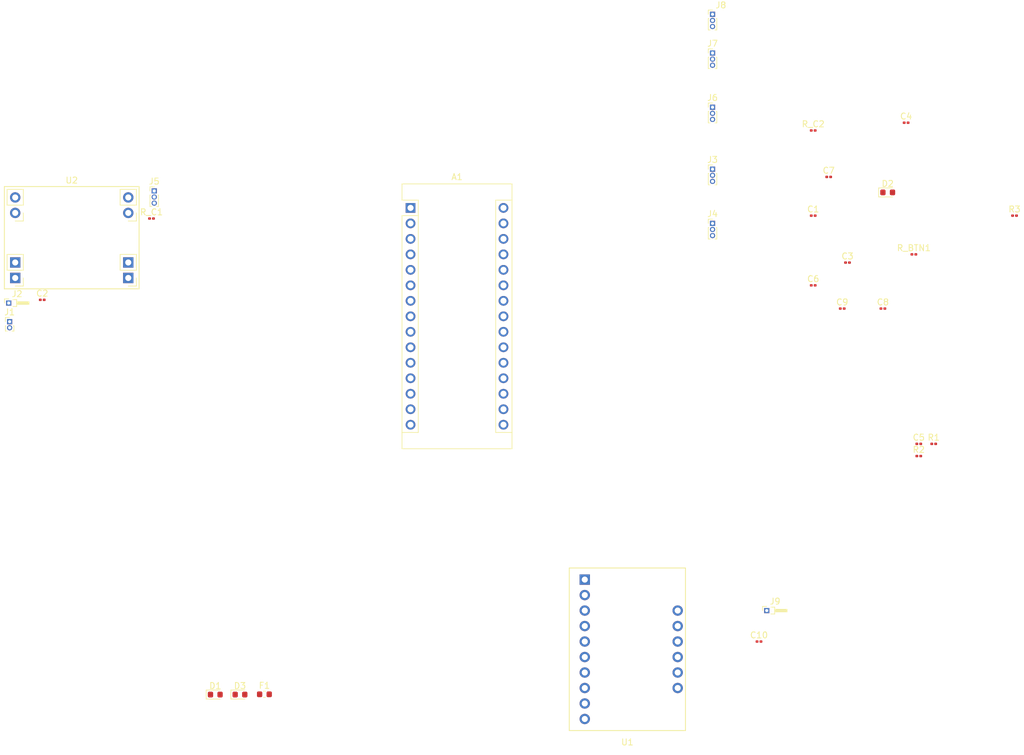
<source format=kicad_pcb>
(kicad_pcb (version 20171130) (host pcbnew "(5.1.12)-1")

  (general
    (thickness 1.6)
    (drawings 0)
    (tracks 0)
    (zones 0)
    (modules 32)
    (nets 57)
  )

  (page A4)
  (layers
    (0 F.Cu signal)
    (31 B.Cu signal)
    (32 B.Adhes user)
    (33 F.Adhes user)
    (34 B.Paste user)
    (35 F.Paste user)
    (36 B.SilkS user)
    (37 F.SilkS user)
    (38 B.Mask user)
    (39 F.Mask user)
    (40 Dwgs.User user)
    (41 Cmts.User user)
    (42 Eco1.User user)
    (43 Eco2.User user)
    (44 Edge.Cuts user)
    (45 Margin user)
    (46 B.CrtYd user)
    (47 F.CrtYd user)
    (48 B.Fab user)
    (49 F.Fab user)
  )

  (setup
    (last_trace_width 0.25)
    (trace_clearance 0.2)
    (zone_clearance 0.508)
    (zone_45_only no)
    (trace_min 0.2)
    (via_size 0.8)
    (via_drill 0.4)
    (via_min_size 0.4)
    (via_min_drill 0.3)
    (uvia_size 0.3)
    (uvia_drill 0.1)
    (uvias_allowed no)
    (uvia_min_size 0.2)
    (uvia_min_drill 0.1)
    (edge_width 0.05)
    (segment_width 0.2)
    (pcb_text_width 0.3)
    (pcb_text_size 1.5 1.5)
    (mod_edge_width 0.12)
    (mod_text_size 1 1)
    (mod_text_width 0.15)
    (pad_size 1.524 1.524)
    (pad_drill 0.762)
    (pad_to_mask_clearance 0)
    (aux_axis_origin 0 0)
    (visible_elements 7FFFFFFF)
    (pcbplotparams
      (layerselection 0x010fc_ffffffff)
      (usegerberextensions false)
      (usegerberattributes true)
      (usegerberadvancedattributes true)
      (creategerberjobfile true)
      (excludeedgelayer true)
      (linewidth 0.100000)
      (plotframeref false)
      (viasonmask false)
      (mode 1)
      (useauxorigin false)
      (hpglpennumber 1)
      (hpglpenspeed 20)
      (hpglpendiameter 15.000000)
      (psnegative false)
      (psa4output false)
      (plotreference true)
      (plotvalue true)
      (plotinvisibletext false)
      (padsonsilk false)
      (subtractmaskfromsilk false)
      (outputformat 1)
      (mirror false)
      (drillshape 1)
      (scaleselection 1)
      (outputdirectory ""))
  )

  (net 0 "")
  (net 1 "Net-(A1-Pad16)")
  (net 2 "Net-(A1-Pad15)")
  (net 3 "Net-(A1-Pad30)")
  (net 4 AIN2)
  (net 5 "Net-(A1-Pad29)")
  (net 6 AIN1)
  (net 7 "Net-(A1-Pad28)")
  (net 8 BIN1)
  (net 9 +5V)
  (net 10 BIN2)
  (net 11 "Net-(A1-Pad26)")
  (net 12 LED_DETECT)
  (net 13 "Net-(A1-Pad25)")
  (net 14 LED_DOWN)
  (net 15 "Net-(A1-Pad24)")
  (net 16 LED_UP)
  (net 17 "Net-(A1-Pad23)")
  (net 18 BTN_MOVE)
  (net 19 "Net-(A1-Pad22)")
  (net 20 SERVO_LEFT)
  (net 21 LEDSTRIP)
  (net 22 SERVO_RIGHT)
  (net 23 CAPTEUR_2)
  (net 24 "Net-(A1-Pad4)")
  (net 25 CAPTEUR_1)
  (net 26 "Net-(A1-Pad3)")
  (net 27 "Net-(A1-Pad18)")
  (net 28 "Net-(A1-Pad2)")
  (net 29 "Net-(A1-Pad17)")
  (net 30 "Net-(A1-Pad1)")
  (net 31 GND1)
  (net 32 +12V)
  (net 33 "Net-(C2-Pad2)")
  (net 34 "Net-(C3-Pad2)")
  (net 35 GND2)
  (net 36 "Net-(C4-Pad2)")
  (net 37 "Net-(C5-Pad1)")
  (net 38 "Net-(C6-Pad1)")
  (net 39 "Net-(C7-Pad1)")
  (net 40 "Net-(C8-Pad1)")
  (net 41 "Net-(C10-Pad2)")
  (net 42 "Net-(D1-Pad2)")
  (net 43 "Net-(D2-Pad2)")
  (net 44 "Net-(D3-Pad2)")
  (net 45 "Net-(F1-Pad1)")
  (net 46 BAU)
  (net 47 "Net-(J4-Pad3)")
  (net 48 "Net-(J5-Pad3)")
  (net 49 "Net-(J6-Pad3)")
  (net 50 "Net-(J9-Pad1)")
  (net 51 "Net-(U1-Pad14)")
  (net 52 "Net-(U1-Pad12)")
  (net 53 "Net-(U1-Pad16)")
  (net 54 "Net-(U1-Pad15)")
  (net 55 "Net-(U1-Pad3)")
  (net 56 "Net-(U1-Pad7)")

  (net_class Default "This is the default net class."
    (clearance 0.2)
    (trace_width 0.25)
    (via_dia 0.8)
    (via_drill 0.4)
    (uvia_dia 0.3)
    (uvia_drill 0.1)
    (add_net +12V)
    (add_net +5V)
    (add_net AIN1)
    (add_net AIN2)
    (add_net BAU)
    (add_net BIN1)
    (add_net BIN2)
    (add_net BTN_MOVE)
    (add_net CAPTEUR_1)
    (add_net CAPTEUR_2)
    (add_net GND1)
    (add_net GND2)
    (add_net LEDSTRIP)
    (add_net LED_DETECT)
    (add_net LED_DOWN)
    (add_net LED_UP)
    (add_net "Net-(A1-Pad1)")
    (add_net "Net-(A1-Pad15)")
    (add_net "Net-(A1-Pad16)")
    (add_net "Net-(A1-Pad17)")
    (add_net "Net-(A1-Pad18)")
    (add_net "Net-(A1-Pad2)")
    (add_net "Net-(A1-Pad22)")
    (add_net "Net-(A1-Pad23)")
    (add_net "Net-(A1-Pad24)")
    (add_net "Net-(A1-Pad25)")
    (add_net "Net-(A1-Pad26)")
    (add_net "Net-(A1-Pad28)")
    (add_net "Net-(A1-Pad29)")
    (add_net "Net-(A1-Pad3)")
    (add_net "Net-(A1-Pad30)")
    (add_net "Net-(A1-Pad4)")
    (add_net "Net-(C10-Pad2)")
    (add_net "Net-(C2-Pad2)")
    (add_net "Net-(C3-Pad2)")
    (add_net "Net-(C4-Pad2)")
    (add_net "Net-(C5-Pad1)")
    (add_net "Net-(C6-Pad1)")
    (add_net "Net-(C7-Pad1)")
    (add_net "Net-(C8-Pad1)")
    (add_net "Net-(D1-Pad2)")
    (add_net "Net-(D2-Pad2)")
    (add_net "Net-(D3-Pad2)")
    (add_net "Net-(F1-Pad1)")
    (add_net "Net-(J4-Pad3)")
    (add_net "Net-(J5-Pad3)")
    (add_net "Net-(J6-Pad3)")
    (add_net "Net-(J9-Pad1)")
    (add_net "Net-(U1-Pad12)")
    (add_net "Net-(U1-Pad14)")
    (add_net "Net-(U1-Pad15)")
    (add_net "Net-(U1-Pad16)")
    (add_net "Net-(U1-Pad3)")
    (add_net "Net-(U1-Pad7)")
    (add_net SERVO_LEFT)
    (add_net SERVO_RIGHT)
  )

  (module Connector_PinHeader_1.00mm:PinHeader_1x03_P1.00mm_Vertical (layer F.Cu) (tedit 59FED738) (tstamp 6258BA86)
    (at 175.26 24.13)
    (descr "Through hole straight pin header, 1x03, 1.00mm pitch, single row")
    (tags "Through hole pin header THT 1x03 1.00mm single row")
    (path /6257463C)
    (fp_text reference J8 (at 1.375 -1.5) (layer F.SilkS)
      (effects (font (size 1 1) (thickness 0.15)))
    )
    (fp_text value Servo_Right (at 1.375 1.5) (layer F.Fab)
      (effects (font (size 1 1) (thickness 0.15)))
    )
    (fp_text user %R (at 0.75 0 90) (layer F.Fab)
      (effects (font (size 0.6 0.6) (thickness 0.09)))
    )
    (fp_line (start -0.3175 -0.5) (end 0.635 -0.5) (layer F.Fab) (width 0.1))
    (fp_line (start 0.635 -0.5) (end 0.635 2.5) (layer F.Fab) (width 0.1))
    (fp_line (start 0.635 2.5) (end -0.635 2.5) (layer F.Fab) (width 0.1))
    (fp_line (start -0.635 2.5) (end -0.635 -0.1825) (layer F.Fab) (width 0.1))
    (fp_line (start -0.635 -0.1825) (end -0.3175 -0.5) (layer F.Fab) (width 0.1))
    (fp_line (start -0.695 2.56) (end -0.394493 2.56) (layer F.SilkS) (width 0.12))
    (fp_line (start 0.394493 2.56) (end 0.695 2.56) (layer F.SilkS) (width 0.12))
    (fp_line (start -0.695 0.685) (end -0.695 2.56) (layer F.SilkS) (width 0.12))
    (fp_line (start 0.695 0.685) (end 0.695 2.56) (layer F.SilkS) (width 0.12))
    (fp_line (start -0.695 0.685) (end -0.608276 0.685) (layer F.SilkS) (width 0.12))
    (fp_line (start 0.608276 0.685) (end 0.695 0.685) (layer F.SilkS) (width 0.12))
    (fp_line (start -0.695 0) (end -0.695 -0.685) (layer F.SilkS) (width 0.12))
    (fp_line (start -0.695 -0.685) (end 0 -0.685) (layer F.SilkS) (width 0.12))
    (fp_line (start -1.15 -1) (end -1.15 3) (layer F.CrtYd) (width 0.05))
    (fp_line (start -1.15 3) (end 1.15 3) (layer F.CrtYd) (width 0.05))
    (fp_line (start 1.15 3) (end 1.15 -1) (layer F.CrtYd) (width 0.05))
    (fp_line (start 1.15 -1) (end -1.15 -1) (layer F.CrtYd) (width 0.05))
    (pad 3 thru_hole oval (at 0 2) (size 0.85 0.85) (drill 0.5) (layers *.Cu *.Mask))
    (pad 2 thru_hole oval (at 0 1) (size 0.85 0.85) (drill 0.5) (layers *.Cu *.Mask))
    (pad 1 thru_hole rect (at 0 0) (size 0.85 0.85) (drill 0.5) (layers *.Cu *.Mask)
      (net 22 SERVO_RIGHT))
    (model ${KISYS3DMOD}/Connector_PinHeader_1.00mm.3dshapes/PinHeader_1x03_P1.00mm_Vertical.wrl
      (at (xyz 0 0 0))
      (scale (xyz 1 1 1))
      (rotate (xyz 0 0 0))
    )
  )

  (module ComponentsEvo:MP1584EN (layer F.Cu) (tedit 6254C19D) (tstamp 6258BB6D)
    (at 70.163001 60.766001)
    (path /62583128)
    (fp_text reference U2 (at 0 -9.398) (layer F.SilkS)
      (effects (font (size 1 1) (thickness 0.15)))
    )
    (fp_text value MP1584EB (at 0 9.66) (layer F.Fab)
      (effects (font (size 1 1) (thickness 0.15)))
    )
    (fp_line (start 10.601 -7.934) (end 7.941 -7.934) (layer F.SilkS) (width 0.12))
    (fp_line (start 7.941 -5.334) (end 7.941 -7.934) (layer F.SilkS) (width 0.12))
    (fp_line (start 8.001 -7.874) (end 10.541 -7.874) (layer F.Fab) (width 0.1))
    (fp_line (start 10.601 -4.064) (end 10.601 -2.734) (layer F.SilkS) (width 0.12))
    (fp_line (start 8.001 -2.794) (end 8.001 -7.874) (layer F.Fab) (width 0.1))
    (fp_line (start 10.601 6.604) (end 10.601 7.934) (layer F.SilkS) (width 0.12))
    (fp_line (start 10.601 -5.334) (end 7.941 -5.334) (layer F.SilkS) (width 0.12))
    (fp_line (start 9.906 -2.794) (end 8.001 -2.794) (layer F.Fab) (width 0.1))
    (fp_line (start 10.541 -7.874) (end 10.541 -3.429) (layer F.Fab) (width 0.1))
    (fp_line (start 10.601 5.334) (end 10.601 2.734) (layer F.SilkS) (width 0.12))
    (fp_line (start 10.601 -5.334) (end 10.601 -7.934) (layer F.SilkS) (width 0.12))
    (fp_line (start 9.906 7.874) (end 8.001 7.874) (layer F.Fab) (width 0.1))
    (fp_line (start 10.601 -2.734) (end 9.271 -2.734) (layer F.SilkS) (width 0.12))
    (fp_line (start 10.541 -3.429) (end 9.906 -2.794) (layer F.Fab) (width 0.1))
    (fp_line (start 8.001 7.874) (end 8.001 2.794) (layer F.Fab) (width 0.1))
    (fp_line (start 10.601 7.934) (end 9.271 7.934) (layer F.SilkS) (width 0.12))
    (fp_line (start 8.001 2.794) (end 10.541 2.794) (layer F.Fab) (width 0.1))
    (fp_line (start 10.601 5.334) (end 7.941 5.334) (layer F.SilkS) (width 0.12))
    (fp_line (start 10.601 2.734) (end 7.941 2.734) (layer F.SilkS) (width 0.12))
    (fp_line (start 7.941 5.334) (end 7.941 2.734) (layer F.SilkS) (width 0.12))
    (fp_line (start 10.541 2.794) (end 10.541 7.239) (layer F.Fab) (width 0.1))
    (fp_line (start 10.541 7.239) (end 9.906 7.874) (layer F.Fab) (width 0.1))
    (fp_line (start -7.941 -2.734) (end -9.271 -2.734) (layer F.SilkS) (width 0.12))
    (fp_line (start -8.001 -3.429) (end -8.636 -2.794) (layer F.Fab) (width 0.1))
    (fp_line (start -7.941 -7.934) (end -10.601 -7.934) (layer F.SilkS) (width 0.12))
    (fp_line (start -10.601 -5.334) (end -10.601 -7.934) (layer F.SilkS) (width 0.12))
    (fp_line (start -7.941 -5.334) (end -7.941 -7.934) (layer F.SilkS) (width 0.12))
    (fp_line (start -10.541 -7.874) (end -8.001 -7.874) (layer F.Fab) (width 0.1))
    (fp_line (start -7.941 -5.334) (end -10.601 -5.334) (layer F.SilkS) (width 0.12))
    (fp_line (start -7.941 -4.064) (end -7.941 -2.734) (layer F.SilkS) (width 0.12))
    (fp_line (start -10.541 -2.794) (end -10.541 -7.874) (layer F.Fab) (width 0.1))
    (fp_line (start -8.001 -7.874) (end -8.001 -3.429) (layer F.Fab) (width 0.1))
    (fp_line (start -8.636 -2.794) (end -10.541 -2.794) (layer F.Fab) (width 0.1))
    (fp_line (start -7.941 6.604) (end -7.941 7.934) (layer F.SilkS) (width 0.12))
    (fp_line (start -8.636 7.874) (end -10.541 7.874) (layer F.Fab) (width 0.1))
    (fp_line (start -7.941 5.334) (end -7.941 2.734) (layer F.SilkS) (width 0.12))
    (fp_line (start -10.541 7.874) (end -10.541 2.794) (layer F.Fab) (width 0.1))
    (fp_line (start -7.941 7.934) (end -9.271 7.934) (layer F.SilkS) (width 0.12))
    (fp_line (start -10.541 2.794) (end -8.001 2.794) (layer F.Fab) (width 0.1))
    (fp_line (start -8.001 2.794) (end -8.001 7.239) (layer F.Fab) (width 0.1))
    (fp_line (start -8.001 7.239) (end -8.636 7.874) (layer F.Fab) (width 0.1))
    (fp_line (start -7.941 2.734) (end -10.601 2.734) (layer F.SilkS) (width 0.12))
    (fp_line (start -10.601 5.334) (end -10.601 2.734) (layer F.SilkS) (width 0.12))
    (fp_line (start -7.941 5.334) (end -10.601 5.334) (layer F.SilkS) (width 0.12))
    (fp_line (start -11.049 -8.382) (end 11.049 -8.382) (layer F.SilkS) (width 0.15))
    (fp_line (start 11.049 -8.382) (end 11.049 8.382) (layer F.SilkS) (width 0.15))
    (fp_line (start 11.049 8.382) (end -11.049 8.382) (layer F.SilkS) (width 0.15))
    (fp_line (start -11.049 8.382) (end -11.049 -8.382) (layer F.SilkS) (width 0.15))
    (fp_line (start 11.303 -8.636) (end -11.303 -8.636) (layer F.CrtYd) (width 0.12))
    (fp_line (start -11.303 -8.636) (end -11.303 8.636) (layer F.CrtYd) (width 0.12))
    (fp_line (start -11.303 8.636) (end 11.303 8.636) (layer F.CrtYd) (width 0.12))
    (fp_line (start 11.303 8.636) (end 11.303 -8.636) (layer F.CrtYd) (width 0.12))
    (pad 3 thru_hole rect (at 9.271 4.064 180) (size 1.7 1.7) (drill 1) (layers *.Cu *.Mask)
      (net 9 +5V))
    (pad 3 thru_hole rect (at 9.271 6.604 180) (size 1.7 1.7) (drill 1) (layers *.Cu *.Mask)
      (net 9 +5V))
    (pad 4 thru_hole circle (at 9.271 -4.064 180) (size 1.7 1.7) (drill 1) (layers *.Cu *.Mask)
      (net 35 GND2))
    (pad 4 thru_hole circle (at 9.271 -6.604 180) (size 1.7 1.7) (drill 1) (layers *.Cu *.Mask)
      (net 35 GND2))
    (pad 2 thru_hole circle (at -9.271 -4.064 180) (size 1.7 1.7) (drill 1) (layers *.Cu *.Mask)
      (net 33 "Net-(C2-Pad2)"))
    (pad 2 thru_hole circle (at -9.271 -6.604 180) (size 1.7 1.7) (drill 1) (layers *.Cu *.Mask)
      (net 33 "Net-(C2-Pad2)"))
    (pad 1 thru_hole rect (at -9.271 6.604 180) (size 1.7 1.7) (drill 1) (layers *.Cu *.Mask)
      (net 32 +12V))
    (pad 1 thru_hole rect (at -9.271 4.064 180) (size 1.7 1.7) (drill 1) (layers *.Cu *.Mask)
      (net 32 +12V))
    (model C:/Users/coren/Documents/Repos/lib-elec/3D/Components/MP1584EN/MP1584EN.stp
      (offset (xyz 0 0 10.75))
      (scale (xyz 1 1 1))
      (rotate (xyz 0 0 0))
    )
  )

  (module ComponentsEvo:TB6612FNG (layer F.Cu) (tedit 6257ED9C) (tstamp 6258BB2D)
    (at 161.29 128.27)
    (path /625943A2)
    (fp_text reference U1 (at 0 15.24) (layer F.SilkS)
      (effects (font (size 1 1) (thickness 0.15)))
    )
    (fp_text value TB6612FNG (at 0 16.51) (layer F.Fab)
      (effects (font (size 1 1) (thickness 0.15)))
    )
    (fp_line (start -9.652 -13.462) (end 9.652 -13.462) (layer F.CrtYd) (width 0.12))
    (fp_line (start -9.652 13.462) (end -9.652 -13.462) (layer F.CrtYd) (width 0.12))
    (fp_line (start 9.652 13.462) (end -9.652 13.462) (layer F.CrtYd) (width 0.12))
    (fp_line (start 9.652 -13.462) (end 9.652 13.462) (layer F.CrtYd) (width 0.12))
    (fp_line (start 9.525 -6.985) (end 9.525 7.62) (layer F.Fab) (width 0.1))
    (fp_line (start 9.525 13.335) (end -9.525 13.335) (layer F.SilkS) (width 0.15))
    (fp_line (start 9.525 -13.335) (end 9.525 13.335) (layer F.SilkS) (width 0.15))
    (fp_line (start -9.525 -13.335) (end 9.525 -13.335) (layer F.SilkS) (width 0.15))
    (fp_line (start -9.525 -13.335) (end -9.525 13.335) (layer F.SilkS) (width 0.15))
    (fp_text user %R (at 8.255 0 90) (layer F.Fab)
      (effects (font (size 1 1) (thickness 0.15)))
    )
    (fp_text user %R (at -6.985 0 90) (layer F.Fab)
      (effects (font (size 1 1) (thickness 0.15)))
    )
    (pad 1 np_thru_hole circle (at 6.985 -10.795) (size 2.2 2.2) (drill 2.2) (layers *.Cu *.Mask)
      (net 32 +12V))
    (pad 1 np_thru_hole circle (at 6.985 10.795) (size 2.2 2.2) (drill 2.2) (layers *.Cu *.Mask)
      (net 32 +12V))
    (pad 14 thru_hole oval (at 8.255 1.27) (size 1.7 1.7) (drill 1) (layers *.Cu *.Mask)
      (net 51 "Net-(U1-Pad14)"))
    (pad 11 thru_hole oval (at 8.255 -6.35) (size 1.7 1.7) (drill 1) (layers *.Cu *.Mask)
      (net 50 "Net-(J9-Pad1)"))
    (pad 12 thru_hole oval (at 8.255 -3.81) (size 1.7 1.7) (drill 1) (layers *.Cu *.Mask)
      (net 52 "Net-(U1-Pad12)"))
    (pad 16 thru_hole oval (at 8.255 6.35) (size 1.7 1.7) (drill 1) (layers *.Cu *.Mask)
      (net 53 "Net-(U1-Pad16)"))
    (pad 15 thru_hole oval (at 8.255 3.81) (size 1.7 1.7) (drill 1) (layers *.Cu *.Mask)
      (net 54 "Net-(U1-Pad15)"))
    (pad 13 thru_hole oval (at 8.255 -1.27) (size 1.7 1.7) (drill 1) (layers *.Cu *.Mask)
      (net 41 "Net-(C10-Pad2)"))
    (pad 3 thru_hole oval (at -6.985 -6.35) (size 1.7 1.7) (drill 1) (layers *.Cu *.Mask)
      (net 55 "Net-(U1-Pad3)"))
    (pad 1 thru_hole rect (at -6.985 -11.43) (size 1.7 1.7) (drill 1) (layers *.Cu *.Mask)
      (net 32 +12V))
    (pad 6 thru_hole oval (at -6.985 1.27) (size 1.7 1.7) (drill 1) (layers *.Cu *.Mask)
      (net 8 BIN1))
    (pad 8 thru_hole oval (at -6.985 6.35) (size 1.7 1.7) (drill 1) (layers *.Cu *.Mask)
      (net 6 AIN1))
    (pad 5 thru_hole oval (at -6.985 -1.27) (size 1.7 1.7) (drill 1) (layers *.Cu *.Mask)
      (net 10 BIN2))
    (pad 9 thru_hole oval (at -6.985 8.89) (size 1.7 1.7) (drill 1) (layers *.Cu *.Mask)
      (net 4 AIN2))
    (pad 7 thru_hole oval (at -6.985 3.81) (size 1.7 1.7) (drill 1) (layers *.Cu *.Mask)
      (net 56 "Net-(U1-Pad7)"))
    (pad 10 thru_hole oval (at -6.985 11.43) (size 1.7 1.7) (drill 1) (layers *.Cu *.Mask)
      (net 9 +5V))
    (pad 4 thru_hole oval (at -6.985 -3.81) (size 1.7 1.7) (drill 1) (layers *.Cu *.Mask)
      (net 9 +5V))
    (pad 2 thru_hole oval (at -6.985 -8.89) (size 1.7 1.7) (drill 1) (layers *.Cu *.Mask)
      (net 9 +5V))
  )

  (module Resistor_SMD:R_0201_0603Metric (layer F.Cu) (tedit 5F68FEEE) (tstamp 6258BB0C)
    (at 191.77 43.18)
    (descr "Resistor SMD 0201 (0603 Metric), square (rectangular) end terminal, IPC_7351 nominal, (Body size source: https://www.vishay.com/docs/20052/crcw0201e3.pdf), generated with kicad-footprint-generator")
    (tags resistor)
    (path /6257CCA4)
    (attr smd)
    (fp_text reference R_C2 (at 0 -1.05) (layer F.SilkS)
      (effects (font (size 1 1) (thickness 0.15)))
    )
    (fp_text value R (at 0 1.05) (layer F.Fab)
      (effects (font (size 1 1) (thickness 0.15)))
    )
    (fp_line (start 0.7 0.35) (end -0.7 0.35) (layer F.CrtYd) (width 0.05))
    (fp_line (start 0.7 -0.35) (end 0.7 0.35) (layer F.CrtYd) (width 0.05))
    (fp_line (start -0.7 -0.35) (end 0.7 -0.35) (layer F.CrtYd) (width 0.05))
    (fp_line (start -0.7 0.35) (end -0.7 -0.35) (layer F.CrtYd) (width 0.05))
    (fp_line (start 0.3 0.15) (end -0.3 0.15) (layer F.Fab) (width 0.1))
    (fp_line (start 0.3 -0.15) (end 0.3 0.15) (layer F.Fab) (width 0.1))
    (fp_line (start -0.3 -0.15) (end 0.3 -0.15) (layer F.Fab) (width 0.1))
    (fp_line (start -0.3 0.15) (end -0.3 -0.15) (layer F.Fab) (width 0.1))
    (fp_text user %R (at 0 -0.68) (layer F.Fab)
      (effects (font (size 0.25 0.25) (thickness 0.04)))
    )
    (pad 2 smd roundrect (at 0.32 0) (size 0.46 0.4) (layers F.Cu F.Mask) (roundrect_rratio 0.25)
      (net 39 "Net-(C7-Pad1)"))
    (pad 1 smd roundrect (at -0.32 0) (size 0.46 0.4) (layers F.Cu F.Mask) (roundrect_rratio 0.25)
      (net 47 "Net-(J4-Pad3)"))
    (pad "" smd roundrect (at 0.345 0) (size 0.318 0.36) (layers F.Paste) (roundrect_rratio 0.25))
    (pad "" smd roundrect (at -0.345 0) (size 0.318 0.36) (layers F.Paste) (roundrect_rratio 0.25))
    (model ${KISYS3DMOD}/Resistor_SMD.3dshapes/R_0201_0603Metric.wrl
      (at (xyz 0 0 0))
      (scale (xyz 1 1 1))
      (rotate (xyz 0 0 0))
    )
  )

  (module Resistor_SMD:R_0201_0603Metric (layer F.Cu) (tedit 5F68FEEE) (tstamp 6258BAFB)
    (at 83.245001 57.62)
    (descr "Resistor SMD 0201 (0603 Metric), square (rectangular) end terminal, IPC_7351 nominal, (Body size source: https://www.vishay.com/docs/20052/crcw0201e3.pdf), generated with kicad-footprint-generator")
    (tags resistor)
    (path /6257CB34)
    (attr smd)
    (fp_text reference R_C1 (at 0 -1.05) (layer F.SilkS)
      (effects (font (size 1 1) (thickness 0.15)))
    )
    (fp_text value R (at 0 1.05) (layer F.Fab)
      (effects (font (size 1 1) (thickness 0.15)))
    )
    (fp_line (start 0.7 0.35) (end -0.7 0.35) (layer F.CrtYd) (width 0.05))
    (fp_line (start 0.7 -0.35) (end 0.7 0.35) (layer F.CrtYd) (width 0.05))
    (fp_line (start -0.7 -0.35) (end 0.7 -0.35) (layer F.CrtYd) (width 0.05))
    (fp_line (start -0.7 0.35) (end -0.7 -0.35) (layer F.CrtYd) (width 0.05))
    (fp_line (start 0.3 0.15) (end -0.3 0.15) (layer F.Fab) (width 0.1))
    (fp_line (start 0.3 -0.15) (end 0.3 0.15) (layer F.Fab) (width 0.1))
    (fp_line (start -0.3 -0.15) (end 0.3 -0.15) (layer F.Fab) (width 0.1))
    (fp_line (start -0.3 0.15) (end -0.3 -0.15) (layer F.Fab) (width 0.1))
    (fp_text user %R (at 0 -0.68) (layer F.Fab)
      (effects (font (size 0.25 0.25) (thickness 0.04)))
    )
    (pad 2 smd roundrect (at 0.32 0) (size 0.46 0.4) (layers F.Cu F.Mask) (roundrect_rratio 0.25)
      (net 38 "Net-(C6-Pad1)"))
    (pad 1 smd roundrect (at -0.32 0) (size 0.46 0.4) (layers F.Cu F.Mask) (roundrect_rratio 0.25)
      (net 48 "Net-(J5-Pad3)"))
    (pad "" smd roundrect (at 0.345 0) (size 0.318 0.36) (layers F.Paste) (roundrect_rratio 0.25))
    (pad "" smd roundrect (at -0.345 0) (size 0.318 0.36) (layers F.Paste) (roundrect_rratio 0.25))
    (model ${KISYS3DMOD}/Resistor_SMD.3dshapes/R_0201_0603Metric.wrl
      (at (xyz 0 0 0))
      (scale (xyz 1 1 1))
      (rotate (xyz 0 0 0))
    )
  )

  (module Resistor_SMD:R_0201_0603Metric (layer F.Cu) (tedit 5F68FEEE) (tstamp 6258BAEA)
    (at 208.28 63.5)
    (descr "Resistor SMD 0201 (0603 Metric), square (rectangular) end terminal, IPC_7351 nominal, (Body size source: https://www.vishay.com/docs/20052/crcw0201e3.pdf), generated with kicad-footprint-generator")
    (tags resistor)
    (path /6257A9F4)
    (attr smd)
    (fp_text reference R_BTN1 (at 0 -1.05) (layer F.SilkS)
      (effects (font (size 1 1) (thickness 0.15)))
    )
    (fp_text value 10K (at 0 1.05) (layer F.Fab)
      (effects (font (size 1 1) (thickness 0.15)))
    )
    (fp_line (start 0.7 0.35) (end -0.7 0.35) (layer F.CrtYd) (width 0.05))
    (fp_line (start 0.7 -0.35) (end 0.7 0.35) (layer F.CrtYd) (width 0.05))
    (fp_line (start -0.7 -0.35) (end 0.7 -0.35) (layer F.CrtYd) (width 0.05))
    (fp_line (start -0.7 0.35) (end -0.7 -0.35) (layer F.CrtYd) (width 0.05))
    (fp_line (start 0.3 0.15) (end -0.3 0.15) (layer F.Fab) (width 0.1))
    (fp_line (start 0.3 -0.15) (end 0.3 0.15) (layer F.Fab) (width 0.1))
    (fp_line (start -0.3 -0.15) (end 0.3 -0.15) (layer F.Fab) (width 0.1))
    (fp_line (start -0.3 0.15) (end -0.3 -0.15) (layer F.Fab) (width 0.1))
    (fp_text user %R (at 0 -0.68) (layer F.Fab)
      (effects (font (size 0.25 0.25) (thickness 0.04)))
    )
    (pad 2 smd roundrect (at 0.32 0) (size 0.46 0.4) (layers F.Cu F.Mask) (roundrect_rratio 0.25)
      (net 37 "Net-(C5-Pad1)"))
    (pad 1 smd roundrect (at -0.32 0) (size 0.46 0.4) (layers F.Cu F.Mask) (roundrect_rratio 0.25)
      (net 49 "Net-(J6-Pad3)"))
    (pad "" smd roundrect (at 0.345 0) (size 0.318 0.36) (layers F.Paste) (roundrect_rratio 0.25))
    (pad "" smd roundrect (at -0.345 0) (size 0.318 0.36) (layers F.Paste) (roundrect_rratio 0.25))
    (model ${KISYS3DMOD}/Resistor_SMD.3dshapes/R_0201_0603Metric.wrl
      (at (xyz 0 0 0))
      (scale (xyz 1 1 1))
      (rotate (xyz 0 0 0))
    )
  )

  (module Resistor_SMD:R_0201_0603Metric (layer F.Cu) (tedit 5F68FEEE) (tstamp 6258BAD9)
    (at 224.79 57.15)
    (descr "Resistor SMD 0201 (0603 Metric), square (rectangular) end terminal, IPC_7351 nominal, (Body size source: https://www.vishay.com/docs/20052/crcw0201e3.pdf), generated with kicad-footprint-generator")
    (tags resistor)
    (path /6257D0C3)
    (attr smd)
    (fp_text reference R3 (at 0 -1.05) (layer F.SilkS)
      (effects (font (size 1 1) (thickness 0.15)))
    )
    (fp_text value 220 (at 0 1.05) (layer F.Fab)
      (effects (font (size 1 1) (thickness 0.15)))
    )
    (fp_line (start 0.7 0.35) (end -0.7 0.35) (layer F.CrtYd) (width 0.05))
    (fp_line (start 0.7 -0.35) (end 0.7 0.35) (layer F.CrtYd) (width 0.05))
    (fp_line (start -0.7 -0.35) (end 0.7 -0.35) (layer F.CrtYd) (width 0.05))
    (fp_line (start -0.7 0.35) (end -0.7 -0.35) (layer F.CrtYd) (width 0.05))
    (fp_line (start 0.3 0.15) (end -0.3 0.15) (layer F.Fab) (width 0.1))
    (fp_line (start 0.3 -0.15) (end 0.3 0.15) (layer F.Fab) (width 0.1))
    (fp_line (start -0.3 -0.15) (end 0.3 -0.15) (layer F.Fab) (width 0.1))
    (fp_line (start -0.3 0.15) (end -0.3 -0.15) (layer F.Fab) (width 0.1))
    (fp_text user %R (at 0 -0.68) (layer F.Fab)
      (effects (font (size 0.25 0.25) (thickness 0.04)))
    )
    (pad 2 smd roundrect (at 0.32 0) (size 0.46 0.4) (layers F.Cu F.Mask) (roundrect_rratio 0.25)
      (net 44 "Net-(D3-Pad2)"))
    (pad 1 smd roundrect (at -0.32 0) (size 0.46 0.4) (layers F.Cu F.Mask) (roundrect_rratio 0.25)
      (net 12 LED_DETECT))
    (pad "" smd roundrect (at 0.345 0) (size 0.318 0.36) (layers F.Paste) (roundrect_rratio 0.25))
    (pad "" smd roundrect (at -0.345 0) (size 0.318 0.36) (layers F.Paste) (roundrect_rratio 0.25))
    (model ${KISYS3DMOD}/Resistor_SMD.3dshapes/R_0201_0603Metric.wrl
      (at (xyz 0 0 0))
      (scale (xyz 1 1 1))
      (rotate (xyz 0 0 0))
    )
  )

  (module Resistor_SMD:R_0201_0603Metric (layer F.Cu) (tedit 5F68FEEE) (tstamp 6258BAC8)
    (at 209.085001 96.58)
    (descr "Resistor SMD 0201 (0603 Metric), square (rectangular) end terminal, IPC_7351 nominal, (Body size source: https://www.vishay.com/docs/20052/crcw0201e3.pdf), generated with kicad-footprint-generator")
    (tags resistor)
    (path /6257D07D)
    (attr smd)
    (fp_text reference R2 (at 0 -1.05) (layer F.SilkS)
      (effects (font (size 1 1) (thickness 0.15)))
    )
    (fp_text value 220 (at 0 1.05) (layer F.Fab)
      (effects (font (size 1 1) (thickness 0.15)))
    )
    (fp_line (start 0.7 0.35) (end -0.7 0.35) (layer F.CrtYd) (width 0.05))
    (fp_line (start 0.7 -0.35) (end 0.7 0.35) (layer F.CrtYd) (width 0.05))
    (fp_line (start -0.7 -0.35) (end 0.7 -0.35) (layer F.CrtYd) (width 0.05))
    (fp_line (start -0.7 0.35) (end -0.7 -0.35) (layer F.CrtYd) (width 0.05))
    (fp_line (start 0.3 0.15) (end -0.3 0.15) (layer F.Fab) (width 0.1))
    (fp_line (start 0.3 -0.15) (end 0.3 0.15) (layer F.Fab) (width 0.1))
    (fp_line (start -0.3 -0.15) (end 0.3 -0.15) (layer F.Fab) (width 0.1))
    (fp_line (start -0.3 0.15) (end -0.3 -0.15) (layer F.Fab) (width 0.1))
    (fp_text user %R (at 0 -0.68) (layer F.Fab)
      (effects (font (size 0.25 0.25) (thickness 0.04)))
    )
    (pad 2 smd roundrect (at 0.32 0) (size 0.46 0.4) (layers F.Cu F.Mask) (roundrect_rratio 0.25)
      (net 43 "Net-(D2-Pad2)"))
    (pad 1 smd roundrect (at -0.32 0) (size 0.46 0.4) (layers F.Cu F.Mask) (roundrect_rratio 0.25)
      (net 14 LED_DOWN))
    (pad "" smd roundrect (at 0.345 0) (size 0.318 0.36) (layers F.Paste) (roundrect_rratio 0.25))
    (pad "" smd roundrect (at -0.345 0) (size 0.318 0.36) (layers F.Paste) (roundrect_rratio 0.25))
    (model ${KISYS3DMOD}/Resistor_SMD.3dshapes/R_0201_0603Metric.wrl
      (at (xyz 0 0 0))
      (scale (xyz 1 1 1))
      (rotate (xyz 0 0 0))
    )
  )

  (module Resistor_SMD:R_0201_0603Metric (layer F.Cu) (tedit 5F68FEEE) (tstamp 6258BAB7)
    (at 211.535001 94.58)
    (descr "Resistor SMD 0201 (0603 Metric), square (rectangular) end terminal, IPC_7351 nominal, (Body size source: https://www.vishay.com/docs/20052/crcw0201e3.pdf), generated with kicad-footprint-generator")
    (tags resistor)
    (path /6257CF0D)
    (attr smd)
    (fp_text reference R1 (at 0 -1.05) (layer F.SilkS)
      (effects (font (size 1 1) (thickness 0.15)))
    )
    (fp_text value 220 (at 0 1.05) (layer F.Fab)
      (effects (font (size 1 1) (thickness 0.15)))
    )
    (fp_line (start 0.7 0.35) (end -0.7 0.35) (layer F.CrtYd) (width 0.05))
    (fp_line (start 0.7 -0.35) (end 0.7 0.35) (layer F.CrtYd) (width 0.05))
    (fp_line (start -0.7 -0.35) (end 0.7 -0.35) (layer F.CrtYd) (width 0.05))
    (fp_line (start -0.7 0.35) (end -0.7 -0.35) (layer F.CrtYd) (width 0.05))
    (fp_line (start 0.3 0.15) (end -0.3 0.15) (layer F.Fab) (width 0.1))
    (fp_line (start 0.3 -0.15) (end 0.3 0.15) (layer F.Fab) (width 0.1))
    (fp_line (start -0.3 -0.15) (end 0.3 -0.15) (layer F.Fab) (width 0.1))
    (fp_line (start -0.3 0.15) (end -0.3 -0.15) (layer F.Fab) (width 0.1))
    (fp_text user %R (at 0 -0.68) (layer F.Fab)
      (effects (font (size 0.25 0.25) (thickness 0.04)))
    )
    (pad 2 smd roundrect (at 0.32 0) (size 0.46 0.4) (layers F.Cu F.Mask) (roundrect_rratio 0.25)
      (net 42 "Net-(D1-Pad2)"))
    (pad 1 smd roundrect (at -0.32 0) (size 0.46 0.4) (layers F.Cu F.Mask) (roundrect_rratio 0.25)
      (net 16 LED_UP))
    (pad "" smd roundrect (at 0.345 0) (size 0.318 0.36) (layers F.Paste) (roundrect_rratio 0.25))
    (pad "" smd roundrect (at -0.345 0) (size 0.318 0.36) (layers F.Paste) (roundrect_rratio 0.25))
    (model ${KISYS3DMOD}/Resistor_SMD.3dshapes/R_0201_0603Metric.wrl
      (at (xyz 0 0 0))
      (scale (xyz 1 1 1))
      (rotate (xyz 0 0 0))
    )
  )

  (module Connector_PinHeader_1.00mm:PinHeader_1x01_P1.00mm_Horizontal (layer F.Cu) (tedit 59FED737) (tstamp 6258BAA6)
    (at 184.15 121.92)
    (descr "Through hole angled pin header, 1x01, 1.00mm pitch, 2.0mm pin length, single row")
    (tags "Through hole angled pin header THT 1x01 1.00mm single row")
    (path /6259D015)
    (fp_text reference J9 (at 1.375 -1.5) (layer F.SilkS)
      (effects (font (size 1 1) (thickness 0.15)))
    )
    (fp_text value MA1 (at 1.375 1.5) (layer F.Fab)
      (effects (font (size 1 1) (thickness 0.15)))
    )
    (fp_line (start 3.75 -1) (end -1 -1) (layer F.CrtYd) (width 0.05))
    (fp_line (start 3.75 1) (end 3.75 -1) (layer F.CrtYd) (width 0.05))
    (fp_line (start -1 1) (end 3.75 1) (layer F.CrtYd) (width 0.05))
    (fp_line (start -1 -1) (end -1 1) (layer F.CrtYd) (width 0.05))
    (fp_line (start -0.685 -0.685) (end 0 -0.685) (layer F.SilkS) (width 0.12))
    (fp_line (start -0.685 0) (end -0.685 -0.685) (layer F.SilkS) (width 0.12))
    (fp_line (start 1.31 0.09) (end 3.31 0.09) (layer F.SilkS) (width 0.12))
    (fp_line (start 1.31 -0.03) (end 3.31 -0.03) (layer F.SilkS) (width 0.12))
    (fp_line (start 1.31 -0.15) (end 3.31 -0.15) (layer F.SilkS) (width 0.12))
    (fp_line (start 3.31 0.21) (end 1.31 0.21) (layer F.SilkS) (width 0.12))
    (fp_line (start 3.31 -0.21) (end 3.31 0.21) (layer F.SilkS) (width 0.12))
    (fp_line (start 1.31 -0.21) (end 3.31 -0.21) (layer F.SilkS) (width 0.12))
    (fp_line (start 1.31 0.56) (end 0.685 0.56) (layer F.SilkS) (width 0.12))
    (fp_line (start 1.31 -0.56) (end 1.31 0.56) (layer F.SilkS) (width 0.12))
    (fp_line (start 0.685 -0.56) (end 1.31 -0.56) (layer F.SilkS) (width 0.12))
    (fp_line (start 1.25 0.15) (end 3.25 0.15) (layer F.Fab) (width 0.1))
    (fp_line (start 3.25 -0.15) (end 3.25 0.15) (layer F.Fab) (width 0.1))
    (fp_line (start 1.25 -0.15) (end 3.25 -0.15) (layer F.Fab) (width 0.1))
    (fp_line (start -0.15 0.15) (end 0.25 0.15) (layer F.Fab) (width 0.1))
    (fp_line (start -0.15 -0.15) (end -0.15 0.15) (layer F.Fab) (width 0.1))
    (fp_line (start -0.15 -0.15) (end 0.25 -0.15) (layer F.Fab) (width 0.1))
    (fp_line (start 0.25 -0.25) (end 0.5 -0.5) (layer F.Fab) (width 0.1))
    (fp_line (start 0.25 0.5) (end 0.25 -0.25) (layer F.Fab) (width 0.1))
    (fp_line (start 1.25 0.5) (end 0.25 0.5) (layer F.Fab) (width 0.1))
    (fp_line (start 1.25 -0.5) (end 1.25 0.5) (layer F.Fab) (width 0.1))
    (fp_line (start 0.5 -0.5) (end 1.25 -0.5) (layer F.Fab) (width 0.1))
    (fp_text user %R (at 0.75 0 90) (layer F.Fab)
      (effects (font (size 0.6 0.6) (thickness 0.09)))
    )
    (pad 1 thru_hole rect (at 0 0) (size 0.85 0.85) (drill 0.5) (layers *.Cu *.Mask)
      (net 50 "Net-(J9-Pad1)"))
    (model ${KISYS3DMOD}/Connector_PinHeader_1.00mm.3dshapes/PinHeader_1x01_P1.00mm_Horizontal.wrl
      (at (xyz 0 0 0))
      (scale (xyz 1 1 1))
      (rotate (xyz 0 0 0))
    )
  )

  (module Connector_PinHeader_1.00mm:PinHeader_1x03_P1.00mm_Vertical (layer F.Cu) (tedit 59FED738) (tstamp 6258BA66)
    (at 175.26 30.48)
    (descr "Through hole straight pin header, 1x03, 1.00mm pitch, single row")
    (tags "Through hole pin header THT 1x03 1.00mm single row")
    (path /62575244)
    (fp_text reference J7 (at 0 -1.56) (layer F.SilkS)
      (effects (font (size 1 1) (thickness 0.15)))
    )
    (fp_text value Servo_Left (at 0 3.56) (layer F.Fab)
      (effects (font (size 1 1) (thickness 0.15)))
    )
    (fp_line (start 1.15 -1) (end -1.15 -1) (layer F.CrtYd) (width 0.05))
    (fp_line (start 1.15 3) (end 1.15 -1) (layer F.CrtYd) (width 0.05))
    (fp_line (start -1.15 3) (end 1.15 3) (layer F.CrtYd) (width 0.05))
    (fp_line (start -1.15 -1) (end -1.15 3) (layer F.CrtYd) (width 0.05))
    (fp_line (start -0.695 -0.685) (end 0 -0.685) (layer F.SilkS) (width 0.12))
    (fp_line (start -0.695 0) (end -0.695 -0.685) (layer F.SilkS) (width 0.12))
    (fp_line (start 0.608276 0.685) (end 0.695 0.685) (layer F.SilkS) (width 0.12))
    (fp_line (start -0.695 0.685) (end -0.608276 0.685) (layer F.SilkS) (width 0.12))
    (fp_line (start 0.695 0.685) (end 0.695 2.56) (layer F.SilkS) (width 0.12))
    (fp_line (start -0.695 0.685) (end -0.695 2.56) (layer F.SilkS) (width 0.12))
    (fp_line (start 0.394493 2.56) (end 0.695 2.56) (layer F.SilkS) (width 0.12))
    (fp_line (start -0.695 2.56) (end -0.394493 2.56) (layer F.SilkS) (width 0.12))
    (fp_line (start -0.635 -0.1825) (end -0.3175 -0.5) (layer F.Fab) (width 0.1))
    (fp_line (start -0.635 2.5) (end -0.635 -0.1825) (layer F.Fab) (width 0.1))
    (fp_line (start 0.635 2.5) (end -0.635 2.5) (layer F.Fab) (width 0.1))
    (fp_line (start 0.635 -0.5) (end 0.635 2.5) (layer F.Fab) (width 0.1))
    (fp_line (start -0.3175 -0.5) (end 0.635 -0.5) (layer F.Fab) (width 0.1))
    (fp_text user %R (at 0 1 90) (layer F.Fab)
      (effects (font (size 0.76 0.76) (thickness 0.114)))
    )
    (pad 3 thru_hole oval (at 0 2) (size 0.85 0.85) (drill 0.5) (layers *.Cu *.Mask)
      (net 36 "Net-(C4-Pad2)"))
    (pad 2 thru_hole oval (at 0 1) (size 0.85 0.85) (drill 0.5) (layers *.Cu *.Mask)
      (net 9 +5V))
    (pad 1 thru_hole rect (at 0 0) (size 0.85 0.85) (drill 0.5) (layers *.Cu *.Mask)
      (net 20 SERVO_LEFT))
    (model ${KISYS3DMOD}/Connector_PinHeader_1.00mm.3dshapes/PinHeader_1x03_P1.00mm_Vertical.wrl
      (at (xyz 0 0 0))
      (scale (xyz 1 1 1))
      (rotate (xyz 0 0 0))
    )
  )

  (module Connector_PinHeader_1.00mm:PinHeader_1x03_P1.00mm_Vertical (layer F.Cu) (tedit 59FED738) (tstamp 6258BA4D)
    (at 175.26 39.37)
    (descr "Through hole straight pin header, 1x03, 1.00mm pitch, single row")
    (tags "Through hole pin header THT 1x03 1.00mm single row")
    (path /62575F95)
    (fp_text reference J6 (at 0 -1.56) (layer F.SilkS)
      (effects (font (size 1 1) (thickness 0.15)))
    )
    (fp_text value BTN_Move (at 0 3.56) (layer F.Fab)
      (effects (font (size 1 1) (thickness 0.15)))
    )
    (fp_line (start 1.15 -1) (end -1.15 -1) (layer F.CrtYd) (width 0.05))
    (fp_line (start 1.15 3) (end 1.15 -1) (layer F.CrtYd) (width 0.05))
    (fp_line (start -1.15 3) (end 1.15 3) (layer F.CrtYd) (width 0.05))
    (fp_line (start -1.15 -1) (end -1.15 3) (layer F.CrtYd) (width 0.05))
    (fp_line (start -0.695 -0.685) (end 0 -0.685) (layer F.SilkS) (width 0.12))
    (fp_line (start -0.695 0) (end -0.695 -0.685) (layer F.SilkS) (width 0.12))
    (fp_line (start 0.608276 0.685) (end 0.695 0.685) (layer F.SilkS) (width 0.12))
    (fp_line (start -0.695 0.685) (end -0.608276 0.685) (layer F.SilkS) (width 0.12))
    (fp_line (start 0.695 0.685) (end 0.695 2.56) (layer F.SilkS) (width 0.12))
    (fp_line (start -0.695 0.685) (end -0.695 2.56) (layer F.SilkS) (width 0.12))
    (fp_line (start 0.394493 2.56) (end 0.695 2.56) (layer F.SilkS) (width 0.12))
    (fp_line (start -0.695 2.56) (end -0.394493 2.56) (layer F.SilkS) (width 0.12))
    (fp_line (start -0.635 -0.1825) (end -0.3175 -0.5) (layer F.Fab) (width 0.1))
    (fp_line (start -0.635 2.5) (end -0.635 -0.1825) (layer F.Fab) (width 0.1))
    (fp_line (start 0.635 2.5) (end -0.635 2.5) (layer F.Fab) (width 0.1))
    (fp_line (start 0.635 -0.5) (end 0.635 2.5) (layer F.Fab) (width 0.1))
    (fp_line (start -0.3175 -0.5) (end 0.635 -0.5) (layer F.Fab) (width 0.1))
    (fp_text user %R (at 0 1 90) (layer F.Fab)
      (effects (font (size 0.76 0.76) (thickness 0.114)))
    )
    (pad 3 thru_hole oval (at 0 2) (size 0.85 0.85) (drill 0.5) (layers *.Cu *.Mask)
      (net 49 "Net-(J6-Pad3)"))
    (pad 2 thru_hole oval (at 0 1) (size 0.85 0.85) (drill 0.5) (layers *.Cu *.Mask)
      (net 18 BTN_MOVE))
    (pad 1 thru_hole rect (at 0 0) (size 0.85 0.85) (drill 0.5) (layers *.Cu *.Mask)
      (net 9 +5V))
    (model ${KISYS3DMOD}/Connector_PinHeader_1.00mm.3dshapes/PinHeader_1x03_P1.00mm_Vertical.wrl
      (at (xyz 0 0 0))
      (scale (xyz 1 1 1))
      (rotate (xyz 0 0 0))
    )
  )

  (module Connector_PinHeader_1.00mm:PinHeader_1x03_P1.00mm_Vertical (layer F.Cu) (tedit 59FED738) (tstamp 6258BA34)
    (at 83.695001 53.095001)
    (descr "Through hole straight pin header, 1x03, 1.00mm pitch, single row")
    (tags "Through hole pin header THT 1x03 1.00mm single row")
    (path /62575F9B)
    (fp_text reference J5 (at 0 -1.56) (layer F.SilkS)
      (effects (font (size 1 1) (thickness 0.15)))
    )
    (fp_text value Capteur_1 (at 0 3.56) (layer F.Fab)
      (effects (font (size 1 1) (thickness 0.15)))
    )
    (fp_line (start 1.15 -1) (end -1.15 -1) (layer F.CrtYd) (width 0.05))
    (fp_line (start 1.15 3) (end 1.15 -1) (layer F.CrtYd) (width 0.05))
    (fp_line (start -1.15 3) (end 1.15 3) (layer F.CrtYd) (width 0.05))
    (fp_line (start -1.15 -1) (end -1.15 3) (layer F.CrtYd) (width 0.05))
    (fp_line (start -0.695 -0.685) (end 0 -0.685) (layer F.SilkS) (width 0.12))
    (fp_line (start -0.695 0) (end -0.695 -0.685) (layer F.SilkS) (width 0.12))
    (fp_line (start 0.608276 0.685) (end 0.695 0.685) (layer F.SilkS) (width 0.12))
    (fp_line (start -0.695 0.685) (end -0.608276 0.685) (layer F.SilkS) (width 0.12))
    (fp_line (start 0.695 0.685) (end 0.695 2.56) (layer F.SilkS) (width 0.12))
    (fp_line (start -0.695 0.685) (end -0.695 2.56) (layer F.SilkS) (width 0.12))
    (fp_line (start 0.394493 2.56) (end 0.695 2.56) (layer F.SilkS) (width 0.12))
    (fp_line (start -0.695 2.56) (end -0.394493 2.56) (layer F.SilkS) (width 0.12))
    (fp_line (start -0.635 -0.1825) (end -0.3175 -0.5) (layer F.Fab) (width 0.1))
    (fp_line (start -0.635 2.5) (end -0.635 -0.1825) (layer F.Fab) (width 0.1))
    (fp_line (start 0.635 2.5) (end -0.635 2.5) (layer F.Fab) (width 0.1))
    (fp_line (start 0.635 -0.5) (end 0.635 2.5) (layer F.Fab) (width 0.1))
    (fp_line (start -0.3175 -0.5) (end 0.635 -0.5) (layer F.Fab) (width 0.1))
    (fp_text user %R (at 0 1 90) (layer F.Fab)
      (effects (font (size 0.76 0.76) (thickness 0.114)))
    )
    (pad 3 thru_hole oval (at 0 2) (size 0.85 0.85) (drill 0.5) (layers *.Cu *.Mask)
      (net 48 "Net-(J5-Pad3)"))
    (pad 2 thru_hole oval (at 0 1) (size 0.85 0.85) (drill 0.5) (layers *.Cu *.Mask)
      (net 25 CAPTEUR_1))
    (pad 1 thru_hole rect (at 0 0) (size 0.85 0.85) (drill 0.5) (layers *.Cu *.Mask)
      (net 32 +12V))
    (model ${KISYS3DMOD}/Connector_PinHeader_1.00mm.3dshapes/PinHeader_1x03_P1.00mm_Vertical.wrl
      (at (xyz 0 0 0))
      (scale (xyz 1 1 1))
      (rotate (xyz 0 0 0))
    )
  )

  (module Connector_PinHeader_1.00mm:PinHeader_1x03_P1.00mm_Vertical (layer F.Cu) (tedit 59FED738) (tstamp 6258BA1B)
    (at 175.26 58.42)
    (descr "Through hole straight pin header, 1x03, 1.00mm pitch, single row")
    (tags "Through hole pin header THT 1x03 1.00mm single row")
    (path /62576525)
    (fp_text reference J4 (at 0 -1.56) (layer F.SilkS)
      (effects (font (size 1 1) (thickness 0.15)))
    )
    (fp_text value Capteur_2 (at 0 3.56) (layer F.Fab)
      (effects (font (size 1 1) (thickness 0.15)))
    )
    (fp_line (start 1.15 -1) (end -1.15 -1) (layer F.CrtYd) (width 0.05))
    (fp_line (start 1.15 3) (end 1.15 -1) (layer F.CrtYd) (width 0.05))
    (fp_line (start -1.15 3) (end 1.15 3) (layer F.CrtYd) (width 0.05))
    (fp_line (start -1.15 -1) (end -1.15 3) (layer F.CrtYd) (width 0.05))
    (fp_line (start -0.695 -0.685) (end 0 -0.685) (layer F.SilkS) (width 0.12))
    (fp_line (start -0.695 0) (end -0.695 -0.685) (layer F.SilkS) (width 0.12))
    (fp_line (start 0.608276 0.685) (end 0.695 0.685) (layer F.SilkS) (width 0.12))
    (fp_line (start -0.695 0.685) (end -0.608276 0.685) (layer F.SilkS) (width 0.12))
    (fp_line (start 0.695 0.685) (end 0.695 2.56) (layer F.SilkS) (width 0.12))
    (fp_line (start -0.695 0.685) (end -0.695 2.56) (layer F.SilkS) (width 0.12))
    (fp_line (start 0.394493 2.56) (end 0.695 2.56) (layer F.SilkS) (width 0.12))
    (fp_line (start -0.695 2.56) (end -0.394493 2.56) (layer F.SilkS) (width 0.12))
    (fp_line (start -0.635 -0.1825) (end -0.3175 -0.5) (layer F.Fab) (width 0.1))
    (fp_line (start -0.635 2.5) (end -0.635 -0.1825) (layer F.Fab) (width 0.1))
    (fp_line (start 0.635 2.5) (end -0.635 2.5) (layer F.Fab) (width 0.1))
    (fp_line (start 0.635 -0.5) (end 0.635 2.5) (layer F.Fab) (width 0.1))
    (fp_line (start -0.3175 -0.5) (end 0.635 -0.5) (layer F.Fab) (width 0.1))
    (fp_text user %R (at 0 1 90) (layer F.Fab)
      (effects (font (size 0.76 0.76) (thickness 0.114)))
    )
    (pad 3 thru_hole oval (at 0 2) (size 0.85 0.85) (drill 0.5) (layers *.Cu *.Mask)
      (net 47 "Net-(J4-Pad3)"))
    (pad 2 thru_hole oval (at 0 1) (size 0.85 0.85) (drill 0.5) (layers *.Cu *.Mask)
      (net 23 CAPTEUR_2))
    (pad 1 thru_hole rect (at 0 0) (size 0.85 0.85) (drill 0.5) (layers *.Cu *.Mask)
      (net 32 +12V))
    (model ${KISYS3DMOD}/Connector_PinHeader_1.00mm.3dshapes/PinHeader_1x03_P1.00mm_Vertical.wrl
      (at (xyz 0 0 0))
      (scale (xyz 1 1 1))
      (rotate (xyz 0 0 0))
    )
  )

  (module Connector_PinHeader_1.00mm:PinHeader_1x03_P1.00mm_Vertical (layer F.Cu) (tedit 59FED738) (tstamp 6258BA02)
    (at 175.26 49.53)
    (descr "Through hole straight pin header, 1x03, 1.00mm pitch, single row")
    (tags "Through hole pin header THT 1x03 1.00mm single row")
    (path /6257652B)
    (fp_text reference J3 (at 0 -1.56) (layer F.SilkS)
      (effects (font (size 1 1) (thickness 0.15)))
    )
    (fp_text value LedRing (at 0 3.56) (layer F.Fab)
      (effects (font (size 1 1) (thickness 0.15)))
    )
    (fp_line (start 1.15 -1) (end -1.15 -1) (layer F.CrtYd) (width 0.05))
    (fp_line (start 1.15 3) (end 1.15 -1) (layer F.CrtYd) (width 0.05))
    (fp_line (start -1.15 3) (end 1.15 3) (layer F.CrtYd) (width 0.05))
    (fp_line (start -1.15 -1) (end -1.15 3) (layer F.CrtYd) (width 0.05))
    (fp_line (start -0.695 -0.685) (end 0 -0.685) (layer F.SilkS) (width 0.12))
    (fp_line (start -0.695 0) (end -0.695 -0.685) (layer F.SilkS) (width 0.12))
    (fp_line (start 0.608276 0.685) (end 0.695 0.685) (layer F.SilkS) (width 0.12))
    (fp_line (start -0.695 0.685) (end -0.608276 0.685) (layer F.SilkS) (width 0.12))
    (fp_line (start 0.695 0.685) (end 0.695 2.56) (layer F.SilkS) (width 0.12))
    (fp_line (start -0.695 0.685) (end -0.695 2.56) (layer F.SilkS) (width 0.12))
    (fp_line (start 0.394493 2.56) (end 0.695 2.56) (layer F.SilkS) (width 0.12))
    (fp_line (start -0.695 2.56) (end -0.394493 2.56) (layer F.SilkS) (width 0.12))
    (fp_line (start -0.635 -0.1825) (end -0.3175 -0.5) (layer F.Fab) (width 0.1))
    (fp_line (start -0.635 2.5) (end -0.635 -0.1825) (layer F.Fab) (width 0.1))
    (fp_line (start 0.635 2.5) (end -0.635 2.5) (layer F.Fab) (width 0.1))
    (fp_line (start 0.635 -0.5) (end 0.635 2.5) (layer F.Fab) (width 0.1))
    (fp_line (start -0.3175 -0.5) (end 0.635 -0.5) (layer F.Fab) (width 0.1))
    (fp_text user %R (at 0 1 90) (layer F.Fab)
      (effects (font (size 0.76 0.76) (thickness 0.114)))
    )
    (pad 3 thru_hole oval (at 0 2) (size 0.85 0.85) (drill 0.5) (layers *.Cu *.Mask)
      (net 40 "Net-(C8-Pad1)"))
    (pad 2 thru_hole oval (at 0 1) (size 0.85 0.85) (drill 0.5) (layers *.Cu *.Mask)
      (net 21 LEDSTRIP))
    (pad 1 thru_hole rect (at 0 0) (size 0.85 0.85) (drill 0.5) (layers *.Cu *.Mask)
      (net 9 +5V))
    (model ${KISYS3DMOD}/Connector_PinHeader_1.00mm.3dshapes/PinHeader_1x03_P1.00mm_Vertical.wrl
      (at (xyz 0 0 0))
      (scale (xyz 1 1 1))
      (rotate (xyz 0 0 0))
    )
  )

  (module Connector_PinHeader_1.00mm:PinHeader_1x01_P1.00mm_Horizontal (layer F.Cu) (tedit 59FED737) (tstamp 6258B9E9)
    (at 59.825001 71.485001)
    (descr "Through hole angled pin header, 1x01, 1.00mm pitch, 2.0mm pin length, single row")
    (tags "Through hole angled pin header THT 1x01 1.00mm single row")
    (path /625769CC)
    (fp_text reference J2 (at 1.375 -1.5) (layer F.SilkS)
      (effects (font (size 1 1) (thickness 0.15)))
    )
    (fp_text value 12V (at 1.375 1.5) (layer F.Fab)
      (effects (font (size 1 1) (thickness 0.15)))
    )
    (fp_line (start 3.75 -1) (end -1 -1) (layer F.CrtYd) (width 0.05))
    (fp_line (start 3.75 1) (end 3.75 -1) (layer F.CrtYd) (width 0.05))
    (fp_line (start -1 1) (end 3.75 1) (layer F.CrtYd) (width 0.05))
    (fp_line (start -1 -1) (end -1 1) (layer F.CrtYd) (width 0.05))
    (fp_line (start -0.685 -0.685) (end 0 -0.685) (layer F.SilkS) (width 0.12))
    (fp_line (start -0.685 0) (end -0.685 -0.685) (layer F.SilkS) (width 0.12))
    (fp_line (start 1.31 0.09) (end 3.31 0.09) (layer F.SilkS) (width 0.12))
    (fp_line (start 1.31 -0.03) (end 3.31 -0.03) (layer F.SilkS) (width 0.12))
    (fp_line (start 1.31 -0.15) (end 3.31 -0.15) (layer F.SilkS) (width 0.12))
    (fp_line (start 3.31 0.21) (end 1.31 0.21) (layer F.SilkS) (width 0.12))
    (fp_line (start 3.31 -0.21) (end 3.31 0.21) (layer F.SilkS) (width 0.12))
    (fp_line (start 1.31 -0.21) (end 3.31 -0.21) (layer F.SilkS) (width 0.12))
    (fp_line (start 1.31 0.56) (end 0.685 0.56) (layer F.SilkS) (width 0.12))
    (fp_line (start 1.31 -0.56) (end 1.31 0.56) (layer F.SilkS) (width 0.12))
    (fp_line (start 0.685 -0.56) (end 1.31 -0.56) (layer F.SilkS) (width 0.12))
    (fp_line (start 1.25 0.15) (end 3.25 0.15) (layer F.Fab) (width 0.1))
    (fp_line (start 3.25 -0.15) (end 3.25 0.15) (layer F.Fab) (width 0.1))
    (fp_line (start 1.25 -0.15) (end 3.25 -0.15) (layer F.Fab) (width 0.1))
    (fp_line (start -0.15 0.15) (end 0.25 0.15) (layer F.Fab) (width 0.1))
    (fp_line (start -0.15 -0.15) (end -0.15 0.15) (layer F.Fab) (width 0.1))
    (fp_line (start -0.15 -0.15) (end 0.25 -0.15) (layer F.Fab) (width 0.1))
    (fp_line (start 0.25 -0.25) (end 0.5 -0.5) (layer F.Fab) (width 0.1))
    (fp_line (start 0.25 0.5) (end 0.25 -0.25) (layer F.Fab) (width 0.1))
    (fp_line (start 1.25 0.5) (end 0.25 0.5) (layer F.Fab) (width 0.1))
    (fp_line (start 1.25 -0.5) (end 1.25 0.5) (layer F.Fab) (width 0.1))
    (fp_line (start 0.5 -0.5) (end 1.25 -0.5) (layer F.Fab) (width 0.1))
    (fp_text user %R (at 0.75 0 90) (layer F.Fab)
      (effects (font (size 0.6 0.6) (thickness 0.09)))
    )
    (pad 1 thru_hole rect (at 0 0) (size 0.85 0.85) (drill 0.5) (layers *.Cu *.Mask)
      (net 46 BAU))
    (model ${KISYS3DMOD}/Connector_PinHeader_1.00mm.3dshapes/PinHeader_1x01_P1.00mm_Horizontal.wrl
      (at (xyz 0 0 0))
      (scale (xyz 1 1 1))
      (rotate (xyz 0 0 0))
    )
  )

  (module Connector_PinHeader_1.00mm:PinHeader_1x02_P1.00mm_Vertical (layer F.Cu) (tedit 59FED738) (tstamp 6258B9C9)
    (at 59.975001 74.535001)
    (descr "Through hole straight pin header, 1x02, 1.00mm pitch, single row")
    (tags "Through hole pin header THT 1x02 1.00mm single row")
    (path /62576F93)
    (fp_text reference J1 (at 0 -1.56) (layer F.SilkS)
      (effects (font (size 1 1) (thickness 0.15)))
    )
    (fp_text value BAU (at 0 2.56) (layer F.Fab)
      (effects (font (size 1 1) (thickness 0.15)))
    )
    (fp_line (start 1.15 -1) (end -1.15 -1) (layer F.CrtYd) (width 0.05))
    (fp_line (start 1.15 2) (end 1.15 -1) (layer F.CrtYd) (width 0.05))
    (fp_line (start -1.15 2) (end 1.15 2) (layer F.CrtYd) (width 0.05))
    (fp_line (start -1.15 -1) (end -1.15 2) (layer F.CrtYd) (width 0.05))
    (fp_line (start -0.695 -0.685) (end 0 -0.685) (layer F.SilkS) (width 0.12))
    (fp_line (start -0.695 0) (end -0.695 -0.685) (layer F.SilkS) (width 0.12))
    (fp_line (start 0.608276 0.685) (end 0.695 0.685) (layer F.SilkS) (width 0.12))
    (fp_line (start -0.695 0.685) (end -0.608276 0.685) (layer F.SilkS) (width 0.12))
    (fp_line (start 0.695 0.685) (end 0.695 1.56) (layer F.SilkS) (width 0.12))
    (fp_line (start -0.695 0.685) (end -0.695 1.56) (layer F.SilkS) (width 0.12))
    (fp_line (start 0.394493 1.56) (end 0.695 1.56) (layer F.SilkS) (width 0.12))
    (fp_line (start -0.695 1.56) (end -0.394493 1.56) (layer F.SilkS) (width 0.12))
    (fp_line (start -0.635 -0.1825) (end -0.3175 -0.5) (layer F.Fab) (width 0.1))
    (fp_line (start -0.635 1.5) (end -0.635 -0.1825) (layer F.Fab) (width 0.1))
    (fp_line (start 0.635 1.5) (end -0.635 1.5) (layer F.Fab) (width 0.1))
    (fp_line (start 0.635 -0.5) (end 0.635 1.5) (layer F.Fab) (width 0.1))
    (fp_line (start -0.3175 -0.5) (end 0.635 -0.5) (layer F.Fab) (width 0.1))
    (fp_text user %R (at 0 0.5 90) (layer F.Fab)
      (effects (font (size 0.76 0.76) (thickness 0.114)))
    )
    (pad 2 thru_hole oval (at 0 1) (size 0.85 0.85) (drill 0.5) (layers *.Cu *.Mask)
      (net 46 BAU))
    (pad 1 thru_hole rect (at 0 0) (size 0.85 0.85) (drill 0.5) (layers *.Cu *.Mask)
      (net 45 "Net-(F1-Pad1)"))
    (model ${KISYS3DMOD}/Connector_PinHeader_1.00mm.3dshapes/PinHeader_1x02_P1.00mm_Vertical.wrl
      (at (xyz 0 0 0))
      (scale (xyz 1 1 1))
      (rotate (xyz 0 0 0))
    )
  )

  (module Fuse:Fuse_0603_1608Metric (layer F.Cu) (tedit 5F68FEF1) (tstamp 6258B9B1)
    (at 101.765001 135.655001)
    (descr "Fuse SMD 0603 (1608 Metric), square (rectangular) end terminal, IPC_7351 nominal, (Body size source: http://www.tortai-tech.com/upload/download/2011102023233369053.pdf), generated with kicad-footprint-generator")
    (tags fuse)
    (path /62577618)
    (attr smd)
    (fp_text reference F1 (at 0 -1.43) (layer F.SilkS)
      (effects (font (size 1 1) (thickness 0.15)))
    )
    (fp_text value Fuse (at 0 1.43) (layer F.Fab)
      (effects (font (size 1 1) (thickness 0.15)))
    )
    (fp_line (start 1.48 0.73) (end -1.48 0.73) (layer F.CrtYd) (width 0.05))
    (fp_line (start 1.48 -0.73) (end 1.48 0.73) (layer F.CrtYd) (width 0.05))
    (fp_line (start -1.48 -0.73) (end 1.48 -0.73) (layer F.CrtYd) (width 0.05))
    (fp_line (start -1.48 0.73) (end -1.48 -0.73) (layer F.CrtYd) (width 0.05))
    (fp_line (start -0.162779 0.51) (end 0.162779 0.51) (layer F.SilkS) (width 0.12))
    (fp_line (start -0.162779 -0.51) (end 0.162779 -0.51) (layer F.SilkS) (width 0.12))
    (fp_line (start 0.8 0.4) (end -0.8 0.4) (layer F.Fab) (width 0.1))
    (fp_line (start 0.8 -0.4) (end 0.8 0.4) (layer F.Fab) (width 0.1))
    (fp_line (start -0.8 -0.4) (end 0.8 -0.4) (layer F.Fab) (width 0.1))
    (fp_line (start -0.8 0.4) (end -0.8 -0.4) (layer F.Fab) (width 0.1))
    (fp_text user %R (at 0 0) (layer F.Fab)
      (effects (font (size 0.4 0.4) (thickness 0.06)))
    )
    (pad 2 smd roundrect (at 0.7875 0) (size 0.875 0.95) (layers F.Cu F.Paste F.Mask) (roundrect_rratio 0.25)
      (net 32 +12V))
    (pad 1 smd roundrect (at -0.7875 0) (size 0.875 0.95) (layers F.Cu F.Paste F.Mask) (roundrect_rratio 0.25)
      (net 45 "Net-(F1-Pad1)"))
    (model ${KISYS3DMOD}/Fuse.3dshapes/Fuse_0603_1608Metric.wrl
      (at (xyz 0 0 0))
      (scale (xyz 1 1 1))
      (rotate (xyz 0 0 0))
    )
  )

  (module LED_SMD:LED_0603_1608Metric (layer F.Cu) (tedit 5F68FEF1) (tstamp 6258B9A0)
    (at 97.755001 135.695001)
    (descr "LED SMD 0603 (1608 Metric), square (rectangular) end terminal, IPC_7351 nominal, (Body size source: http://www.tortai-tech.com/upload/download/2011102023233369053.pdf), generated with kicad-footprint-generator")
    (tags LED)
    (path /6257ED47)
    (attr smd)
    (fp_text reference D3 (at 0 -1.43) (layer F.SilkS)
      (effects (font (size 1 1) (thickness 0.15)))
    )
    (fp_text value Led_Detect (at 0 1.43) (layer F.Fab)
      (effects (font (size 1 1) (thickness 0.15)))
    )
    (fp_line (start 1.48 0.73) (end -1.48 0.73) (layer F.CrtYd) (width 0.05))
    (fp_line (start 1.48 -0.73) (end 1.48 0.73) (layer F.CrtYd) (width 0.05))
    (fp_line (start -1.48 -0.73) (end 1.48 -0.73) (layer F.CrtYd) (width 0.05))
    (fp_line (start -1.48 0.73) (end -1.48 -0.73) (layer F.CrtYd) (width 0.05))
    (fp_line (start -1.485 0.735) (end 0.8 0.735) (layer F.SilkS) (width 0.12))
    (fp_line (start -1.485 -0.735) (end -1.485 0.735) (layer F.SilkS) (width 0.12))
    (fp_line (start 0.8 -0.735) (end -1.485 -0.735) (layer F.SilkS) (width 0.12))
    (fp_line (start 0.8 0.4) (end 0.8 -0.4) (layer F.Fab) (width 0.1))
    (fp_line (start -0.8 0.4) (end 0.8 0.4) (layer F.Fab) (width 0.1))
    (fp_line (start -0.8 -0.1) (end -0.8 0.4) (layer F.Fab) (width 0.1))
    (fp_line (start -0.5 -0.4) (end -0.8 -0.1) (layer F.Fab) (width 0.1))
    (fp_line (start 0.8 -0.4) (end -0.5 -0.4) (layer F.Fab) (width 0.1))
    (fp_text user %R (at 0 0) (layer F.Fab)
      (effects (font (size 0.4 0.4) (thickness 0.06)))
    )
    (pad 2 smd roundrect (at 0.7875 0) (size 0.875 0.95) (layers F.Cu F.Paste F.Mask) (roundrect_rratio 0.25)
      (net 44 "Net-(D3-Pad2)"))
    (pad 1 smd roundrect (at -0.7875 0) (size 0.875 0.95) (layers F.Cu F.Paste F.Mask) (roundrect_rratio 0.25)
      (net 35 GND2))
    (model ${KISYS3DMOD}/LED_SMD.3dshapes/LED_0603_1608Metric.wrl
      (at (xyz 0 0 0))
      (scale (xyz 1 1 1))
      (rotate (xyz 0 0 0))
    )
  )

  (module LED_SMD:LED_0603_1608Metric (layer F.Cu) (tedit 5F68FEF1) (tstamp 6258B98D)
    (at 203.9875 53.34)
    (descr "LED SMD 0603 (1608 Metric), square (rectangular) end terminal, IPC_7351 nominal, (Body size source: http://www.tortai-tech.com/upload/download/2011102023233369053.pdf), generated with kicad-footprint-generator")
    (tags LED)
    (path /6257ECE9)
    (attr smd)
    (fp_text reference D2 (at 0 -1.43) (layer F.SilkS)
      (effects (font (size 1 1) (thickness 0.15)))
    )
    (fp_text value Led_Down (at 0 1.43) (layer F.Fab)
      (effects (font (size 1 1) (thickness 0.15)))
    )
    (fp_line (start 1.48 0.73) (end -1.48 0.73) (layer F.CrtYd) (width 0.05))
    (fp_line (start 1.48 -0.73) (end 1.48 0.73) (layer F.CrtYd) (width 0.05))
    (fp_line (start -1.48 -0.73) (end 1.48 -0.73) (layer F.CrtYd) (width 0.05))
    (fp_line (start -1.48 0.73) (end -1.48 -0.73) (layer F.CrtYd) (width 0.05))
    (fp_line (start -1.485 0.735) (end 0.8 0.735) (layer F.SilkS) (width 0.12))
    (fp_line (start -1.485 -0.735) (end -1.485 0.735) (layer F.SilkS) (width 0.12))
    (fp_line (start 0.8 -0.735) (end -1.485 -0.735) (layer F.SilkS) (width 0.12))
    (fp_line (start 0.8 0.4) (end 0.8 -0.4) (layer F.Fab) (width 0.1))
    (fp_line (start -0.8 0.4) (end 0.8 0.4) (layer F.Fab) (width 0.1))
    (fp_line (start -0.8 -0.1) (end -0.8 0.4) (layer F.Fab) (width 0.1))
    (fp_line (start -0.5 -0.4) (end -0.8 -0.1) (layer F.Fab) (width 0.1))
    (fp_line (start 0.8 -0.4) (end -0.5 -0.4) (layer F.Fab) (width 0.1))
    (fp_text user %R (at 0 0) (layer F.Fab)
      (effects (font (size 0.4 0.4) (thickness 0.06)))
    )
    (pad 2 smd roundrect (at 0.7875 0) (size 0.875 0.95) (layers F.Cu F.Paste F.Mask) (roundrect_rratio 0.25)
      (net 43 "Net-(D2-Pad2)"))
    (pad 1 smd roundrect (at -0.7875 0) (size 0.875 0.95) (layers F.Cu F.Paste F.Mask) (roundrect_rratio 0.25)
      (net 35 GND2))
    (model ${KISYS3DMOD}/LED_SMD.3dshapes/LED_0603_1608Metric.wrl
      (at (xyz 0 0 0))
      (scale (xyz 1 1 1))
      (rotate (xyz 0 0 0))
    )
  )

  (module LED_SMD:LED_0603_1608Metric (layer F.Cu) (tedit 5F68FEF1) (tstamp 6258B97A)
    (at 93.705001 135.695001)
    (descr "LED SMD 0603 (1608 Metric), square (rectangular) end terminal, IPC_7351 nominal, (Body size source: http://www.tortai-tech.com/upload/download/2011102023233369053.pdf), generated with kicad-footprint-generator")
    (tags LED)
    (path /6257DEA3)
    (attr smd)
    (fp_text reference D1 (at 0 -1.43) (layer F.SilkS)
      (effects (font (size 1 1) (thickness 0.15)))
    )
    (fp_text value Led_Up (at 0 1.43) (layer F.Fab)
      (effects (font (size 1 1) (thickness 0.15)))
    )
    (fp_line (start 1.48 0.73) (end -1.48 0.73) (layer F.CrtYd) (width 0.05))
    (fp_line (start 1.48 -0.73) (end 1.48 0.73) (layer F.CrtYd) (width 0.05))
    (fp_line (start -1.48 -0.73) (end 1.48 -0.73) (layer F.CrtYd) (width 0.05))
    (fp_line (start -1.48 0.73) (end -1.48 -0.73) (layer F.CrtYd) (width 0.05))
    (fp_line (start -1.485 0.735) (end 0.8 0.735) (layer F.SilkS) (width 0.12))
    (fp_line (start -1.485 -0.735) (end -1.485 0.735) (layer F.SilkS) (width 0.12))
    (fp_line (start 0.8 -0.735) (end -1.485 -0.735) (layer F.SilkS) (width 0.12))
    (fp_line (start 0.8 0.4) (end 0.8 -0.4) (layer F.Fab) (width 0.1))
    (fp_line (start -0.8 0.4) (end 0.8 0.4) (layer F.Fab) (width 0.1))
    (fp_line (start -0.8 -0.1) (end -0.8 0.4) (layer F.Fab) (width 0.1))
    (fp_line (start -0.5 -0.4) (end -0.8 -0.1) (layer F.Fab) (width 0.1))
    (fp_line (start 0.8 -0.4) (end -0.5 -0.4) (layer F.Fab) (width 0.1))
    (fp_text user %R (at 0 0) (layer F.Fab)
      (effects (font (size 0.4 0.4) (thickness 0.06)))
    )
    (pad 2 smd roundrect (at 0.7875 0) (size 0.875 0.95) (layers F.Cu F.Paste F.Mask) (roundrect_rratio 0.25)
      (net 42 "Net-(D1-Pad2)"))
    (pad 1 smd roundrect (at -0.7875 0) (size 0.875 0.95) (layers F.Cu F.Paste F.Mask) (roundrect_rratio 0.25)
      (net 35 GND2))
    (model ${KISYS3DMOD}/LED_SMD.3dshapes/LED_0603_1608Metric.wrl
      (at (xyz 0 0 0))
      (scale (xyz 1 1 1))
      (rotate (xyz 0 0 0))
    )
  )

  (module Capacitor_SMD:C_0201_0603Metric (layer F.Cu) (tedit 5F68FEEE) (tstamp 6258B967)
    (at 182.88 127)
    (descr "Capacitor SMD 0201 (0603 Metric), square (rectangular) end terminal, IPC_7351 nominal, (Body size source: https://www.vishay.com/docs/20052/crcw0201e3.pdf), generated with kicad-footprint-generator")
    (tags capacitor)
    (path /6259ECBF)
    (attr smd)
    (fp_text reference C10 (at 0 -1.05) (layer F.SilkS)
      (effects (font (size 1 1) (thickness 0.15)))
    )
    (fp_text value C (at 0 1.05) (layer F.Fab)
      (effects (font (size 1 1) (thickness 0.15)))
    )
    (fp_line (start 0.7 0.35) (end -0.7 0.35) (layer F.CrtYd) (width 0.05))
    (fp_line (start 0.7 -0.35) (end 0.7 0.35) (layer F.CrtYd) (width 0.05))
    (fp_line (start -0.7 -0.35) (end 0.7 -0.35) (layer F.CrtYd) (width 0.05))
    (fp_line (start -0.7 0.35) (end -0.7 -0.35) (layer F.CrtYd) (width 0.05))
    (fp_line (start 0.3 0.15) (end -0.3 0.15) (layer F.Fab) (width 0.1))
    (fp_line (start 0.3 -0.15) (end 0.3 0.15) (layer F.Fab) (width 0.1))
    (fp_line (start -0.3 -0.15) (end 0.3 -0.15) (layer F.Fab) (width 0.1))
    (fp_line (start -0.3 0.15) (end -0.3 -0.15) (layer F.Fab) (width 0.1))
    (fp_text user %R (at 0 -0.68) (layer F.Fab)
      (effects (font (size 0.25 0.25) (thickness 0.04)))
    )
    (pad 2 smd roundrect (at 0.32 0) (size 0.46 0.4) (layers F.Cu F.Mask) (roundrect_rratio 0.25)
      (net 41 "Net-(C10-Pad2)"))
    (pad 1 smd roundrect (at -0.32 0) (size 0.46 0.4) (layers F.Cu F.Mask) (roundrect_rratio 0.25)
      (net 31 GND1))
    (pad "" smd roundrect (at 0.345 0) (size 0.318 0.36) (layers F.Paste) (roundrect_rratio 0.25))
    (pad "" smd roundrect (at -0.345 0) (size 0.318 0.36) (layers F.Paste) (roundrect_rratio 0.25))
    (model ${KISYS3DMOD}/Capacitor_SMD.3dshapes/C_0201_0603Metric.wrl
      (at (xyz 0 0 0))
      (scale (xyz 1 1 1))
      (rotate (xyz 0 0 0))
    )
  )

  (module Capacitor_SMD:C_0201_0603Metric (layer F.Cu) (tedit 5F68FEEE) (tstamp 6258B956)
    (at 196.53 72.39)
    (descr "Capacitor SMD 0201 (0603 Metric), square (rectangular) end terminal, IPC_7351 nominal, (Body size source: https://www.vishay.com/docs/20052/crcw0201e3.pdf), generated with kicad-footprint-generator")
    (tags capacitor)
    (path /6257A8F1)
    (attr smd)
    (fp_text reference C9 (at 0 -1.05) (layer F.SilkS)
      (effects (font (size 1 1) (thickness 0.15)))
    )
    (fp_text value C (at 0 1.05) (layer F.Fab)
      (effects (font (size 1 1) (thickness 0.15)))
    )
    (fp_line (start 0.7 0.35) (end -0.7 0.35) (layer F.CrtYd) (width 0.05))
    (fp_line (start 0.7 -0.35) (end 0.7 0.35) (layer F.CrtYd) (width 0.05))
    (fp_line (start -0.7 -0.35) (end 0.7 -0.35) (layer F.CrtYd) (width 0.05))
    (fp_line (start -0.7 0.35) (end -0.7 -0.35) (layer F.CrtYd) (width 0.05))
    (fp_line (start 0.3 0.15) (end -0.3 0.15) (layer F.Fab) (width 0.1))
    (fp_line (start 0.3 -0.15) (end 0.3 0.15) (layer F.Fab) (width 0.1))
    (fp_line (start -0.3 -0.15) (end 0.3 -0.15) (layer F.Fab) (width 0.1))
    (fp_line (start -0.3 0.15) (end -0.3 -0.15) (layer F.Fab) (width 0.1))
    (fp_text user %R (at 0 -0.68) (layer F.Fab)
      (effects (font (size 0.25 0.25) (thickness 0.04)))
    )
    (pad 2 smd roundrect (at 0.32 0) (size 0.46 0.4) (layers F.Cu F.Mask) (roundrect_rratio 0.25)
      (net 35 GND2))
    (pad 1 smd roundrect (at -0.32 0) (size 0.46 0.4) (layers F.Cu F.Mask) (roundrect_rratio 0.25)
      (net 5 "Net-(A1-Pad29)"))
    (pad "" smd roundrect (at 0.345 0) (size 0.318 0.36) (layers F.Paste) (roundrect_rratio 0.25))
    (pad "" smd roundrect (at -0.345 0) (size 0.318 0.36) (layers F.Paste) (roundrect_rratio 0.25))
    (model ${KISYS3DMOD}/Capacitor_SMD.3dshapes/C_0201_0603Metric.wrl
      (at (xyz 0 0 0))
      (scale (xyz 1 1 1))
      (rotate (xyz 0 0 0))
    )
  )

  (module Capacitor_SMD:C_0201_0603Metric (layer F.Cu) (tedit 5F68FEEE) (tstamp 6258B945)
    (at 203.2 72.39)
    (descr "Capacitor SMD 0201 (0603 Metric), square (rectangular) end terminal, IPC_7351 nominal, (Body size source: https://www.vishay.com/docs/20052/crcw0201e3.pdf), generated with kicad-footprint-generator")
    (tags capacitor)
    (path /6257A616)
    (attr smd)
    (fp_text reference C8 (at 0 -1.05) (layer F.SilkS)
      (effects (font (size 1 1) (thickness 0.15)))
    )
    (fp_text value 100nF (at 0 1.05) (layer F.Fab)
      (effects (font (size 1 1) (thickness 0.15)))
    )
    (fp_line (start 0.7 0.35) (end -0.7 0.35) (layer F.CrtYd) (width 0.05))
    (fp_line (start 0.7 -0.35) (end 0.7 0.35) (layer F.CrtYd) (width 0.05))
    (fp_line (start -0.7 -0.35) (end 0.7 -0.35) (layer F.CrtYd) (width 0.05))
    (fp_line (start -0.7 0.35) (end -0.7 -0.35) (layer F.CrtYd) (width 0.05))
    (fp_line (start 0.3 0.15) (end -0.3 0.15) (layer F.Fab) (width 0.1))
    (fp_line (start 0.3 -0.15) (end 0.3 0.15) (layer F.Fab) (width 0.1))
    (fp_line (start -0.3 -0.15) (end 0.3 -0.15) (layer F.Fab) (width 0.1))
    (fp_line (start -0.3 0.15) (end -0.3 -0.15) (layer F.Fab) (width 0.1))
    (fp_text user %R (at 0 -0.68) (layer F.Fab)
      (effects (font (size 0.25 0.25) (thickness 0.04)))
    )
    (pad 2 smd roundrect (at 0.32 0) (size 0.46 0.4) (layers F.Cu F.Mask) (roundrect_rratio 0.25)
      (net 35 GND2))
    (pad 1 smd roundrect (at -0.32 0) (size 0.46 0.4) (layers F.Cu F.Mask) (roundrect_rratio 0.25)
      (net 40 "Net-(C8-Pad1)"))
    (pad "" smd roundrect (at 0.345 0) (size 0.318 0.36) (layers F.Paste) (roundrect_rratio 0.25))
    (pad "" smd roundrect (at -0.345 0) (size 0.318 0.36) (layers F.Paste) (roundrect_rratio 0.25))
    (model ${KISYS3DMOD}/Capacitor_SMD.3dshapes/C_0201_0603Metric.wrl
      (at (xyz 0 0 0))
      (scale (xyz 1 1 1))
      (rotate (xyz 0 0 0))
    )
  )

  (module Capacitor_SMD:C_0201_0603Metric (layer F.Cu) (tedit 5F68FEEE) (tstamp 6258B934)
    (at 194.31 50.8)
    (descr "Capacitor SMD 0201 (0603 Metric), square (rectangular) end terminal, IPC_7351 nominal, (Body size source: https://www.vishay.com/docs/20052/crcw0201e3.pdf), generated with kicad-footprint-generator")
    (tags capacitor)
    (path /6257A510)
    (attr smd)
    (fp_text reference C7 (at 0 -1.05) (layer F.SilkS)
      (effects (font (size 1 1) (thickness 0.15)))
    )
    (fp_text value 100nF (at 0 1.05) (layer F.Fab)
      (effects (font (size 1 1) (thickness 0.15)))
    )
    (fp_line (start 0.7 0.35) (end -0.7 0.35) (layer F.CrtYd) (width 0.05))
    (fp_line (start 0.7 -0.35) (end 0.7 0.35) (layer F.CrtYd) (width 0.05))
    (fp_line (start -0.7 -0.35) (end 0.7 -0.35) (layer F.CrtYd) (width 0.05))
    (fp_line (start -0.7 0.35) (end -0.7 -0.35) (layer F.CrtYd) (width 0.05))
    (fp_line (start 0.3 0.15) (end -0.3 0.15) (layer F.Fab) (width 0.1))
    (fp_line (start 0.3 -0.15) (end 0.3 0.15) (layer F.Fab) (width 0.1))
    (fp_line (start -0.3 -0.15) (end 0.3 -0.15) (layer F.Fab) (width 0.1))
    (fp_line (start -0.3 0.15) (end -0.3 -0.15) (layer F.Fab) (width 0.1))
    (fp_text user %R (at 0 -0.68) (layer F.Fab)
      (effects (font (size 0.25 0.25) (thickness 0.04)))
    )
    (pad 2 smd roundrect (at 0.32 0) (size 0.46 0.4) (layers F.Cu F.Mask) (roundrect_rratio 0.25)
      (net 31 GND1))
    (pad 1 smd roundrect (at -0.32 0) (size 0.46 0.4) (layers F.Cu F.Mask) (roundrect_rratio 0.25)
      (net 39 "Net-(C7-Pad1)"))
    (pad "" smd roundrect (at 0.345 0) (size 0.318 0.36) (layers F.Paste) (roundrect_rratio 0.25))
    (pad "" smd roundrect (at -0.345 0) (size 0.318 0.36) (layers F.Paste) (roundrect_rratio 0.25))
    (model ${KISYS3DMOD}/Capacitor_SMD.3dshapes/C_0201_0603Metric.wrl
      (at (xyz 0 0 0))
      (scale (xyz 1 1 1))
      (rotate (xyz 0 0 0))
    )
  )

  (module Capacitor_SMD:C_0201_0603Metric (layer F.Cu) (tedit 5F68FEEE) (tstamp 6258B923)
    (at 191.77 68.58)
    (descr "Capacitor SMD 0201 (0603 Metric), square (rectangular) end terminal, IPC_7351 nominal, (Body size source: https://www.vishay.com/docs/20052/crcw0201e3.pdf), generated with kicad-footprint-generator")
    (tags capacitor)
    (path /6257A435)
    (attr smd)
    (fp_text reference C6 (at 0 -1.05) (layer F.SilkS)
      (effects (font (size 1 1) (thickness 0.15)))
    )
    (fp_text value 100nF (at 0 1.05) (layer F.Fab)
      (effects (font (size 1 1) (thickness 0.15)))
    )
    (fp_line (start 0.7 0.35) (end -0.7 0.35) (layer F.CrtYd) (width 0.05))
    (fp_line (start 0.7 -0.35) (end 0.7 0.35) (layer F.CrtYd) (width 0.05))
    (fp_line (start -0.7 -0.35) (end 0.7 -0.35) (layer F.CrtYd) (width 0.05))
    (fp_line (start -0.7 0.35) (end -0.7 -0.35) (layer F.CrtYd) (width 0.05))
    (fp_line (start 0.3 0.15) (end -0.3 0.15) (layer F.Fab) (width 0.1))
    (fp_line (start 0.3 -0.15) (end 0.3 0.15) (layer F.Fab) (width 0.1))
    (fp_line (start -0.3 -0.15) (end 0.3 -0.15) (layer F.Fab) (width 0.1))
    (fp_line (start -0.3 0.15) (end -0.3 -0.15) (layer F.Fab) (width 0.1))
    (fp_text user %R (at 0 -0.68) (layer F.Fab)
      (effects (font (size 0.25 0.25) (thickness 0.04)))
    )
    (pad 2 smd roundrect (at 0.32 0) (size 0.46 0.4) (layers F.Cu F.Mask) (roundrect_rratio 0.25)
      (net 31 GND1))
    (pad 1 smd roundrect (at -0.32 0) (size 0.46 0.4) (layers F.Cu F.Mask) (roundrect_rratio 0.25)
      (net 38 "Net-(C6-Pad1)"))
    (pad "" smd roundrect (at 0.345 0) (size 0.318 0.36) (layers F.Paste) (roundrect_rratio 0.25))
    (pad "" smd roundrect (at -0.345 0) (size 0.318 0.36) (layers F.Paste) (roundrect_rratio 0.25))
    (model ${KISYS3DMOD}/Capacitor_SMD.3dshapes/C_0201_0603Metric.wrl
      (at (xyz 0 0 0))
      (scale (xyz 1 1 1))
      (rotate (xyz 0 0 0))
    )
  )

  (module Capacitor_SMD:C_0201_0603Metric (layer F.Cu) (tedit 5F68FEEE) (tstamp 6258B912)
    (at 209.085001 94.58)
    (descr "Capacitor SMD 0201 (0603 Metric), square (rectangular) end terminal, IPC_7351 nominal, (Body size source: https://www.vishay.com/docs/20052/crcw0201e3.pdf), generated with kicad-footprint-generator")
    (tags capacitor)
    (path /6257A26F)
    (attr smd)
    (fp_text reference C5 (at 0 -1.05) (layer F.SilkS)
      (effects (font (size 1 1) (thickness 0.15)))
    )
    (fp_text value 100nF (at 0 1.05) (layer F.Fab)
      (effects (font (size 1 1) (thickness 0.15)))
    )
    (fp_line (start 0.7 0.35) (end -0.7 0.35) (layer F.CrtYd) (width 0.05))
    (fp_line (start 0.7 -0.35) (end 0.7 0.35) (layer F.CrtYd) (width 0.05))
    (fp_line (start -0.7 -0.35) (end 0.7 -0.35) (layer F.CrtYd) (width 0.05))
    (fp_line (start -0.7 0.35) (end -0.7 -0.35) (layer F.CrtYd) (width 0.05))
    (fp_line (start 0.3 0.15) (end -0.3 0.15) (layer F.Fab) (width 0.1))
    (fp_line (start 0.3 -0.15) (end 0.3 0.15) (layer F.Fab) (width 0.1))
    (fp_line (start -0.3 -0.15) (end 0.3 -0.15) (layer F.Fab) (width 0.1))
    (fp_line (start -0.3 0.15) (end -0.3 -0.15) (layer F.Fab) (width 0.1))
    (fp_text user %R (at 0 -0.68) (layer F.Fab)
      (effects (font (size 0.25 0.25) (thickness 0.04)))
    )
    (pad 2 smd roundrect (at 0.32 0) (size 0.46 0.4) (layers F.Cu F.Mask) (roundrect_rratio 0.25)
      (net 35 GND2))
    (pad 1 smd roundrect (at -0.32 0) (size 0.46 0.4) (layers F.Cu F.Mask) (roundrect_rratio 0.25)
      (net 37 "Net-(C5-Pad1)"))
    (pad "" smd roundrect (at 0.345 0) (size 0.318 0.36) (layers F.Paste) (roundrect_rratio 0.25))
    (pad "" smd roundrect (at -0.345 0) (size 0.318 0.36) (layers F.Paste) (roundrect_rratio 0.25))
    (model ${KISYS3DMOD}/Capacitor_SMD.3dshapes/C_0201_0603Metric.wrl
      (at (xyz 0 0 0))
      (scale (xyz 1 1 1))
      (rotate (xyz 0 0 0))
    )
  )

  (module Capacitor_SMD:C_0201_0603Metric (layer F.Cu) (tedit 5F68FEEE) (tstamp 6258B901)
    (at 207.01 41.91)
    (descr "Capacitor SMD 0201 (0603 Metric), square (rectangular) end terminal, IPC_7351 nominal, (Body size source: https://www.vishay.com/docs/20052/crcw0201e3.pdf), generated with kicad-footprint-generator")
    (tags capacitor)
    (path /6257A1F5)
    (attr smd)
    (fp_text reference C4 (at 0 -1.05) (layer F.SilkS)
      (effects (font (size 1 1) (thickness 0.15)))
    )
    (fp_text value 1mF (at 0 1.05) (layer F.Fab)
      (effects (font (size 1 1) (thickness 0.15)))
    )
    (fp_line (start 0.7 0.35) (end -0.7 0.35) (layer F.CrtYd) (width 0.05))
    (fp_line (start 0.7 -0.35) (end 0.7 0.35) (layer F.CrtYd) (width 0.05))
    (fp_line (start -0.7 -0.35) (end 0.7 -0.35) (layer F.CrtYd) (width 0.05))
    (fp_line (start -0.7 0.35) (end -0.7 -0.35) (layer F.CrtYd) (width 0.05))
    (fp_line (start 0.3 0.15) (end -0.3 0.15) (layer F.Fab) (width 0.1))
    (fp_line (start 0.3 -0.15) (end 0.3 0.15) (layer F.Fab) (width 0.1))
    (fp_line (start -0.3 -0.15) (end 0.3 -0.15) (layer F.Fab) (width 0.1))
    (fp_line (start -0.3 0.15) (end -0.3 -0.15) (layer F.Fab) (width 0.1))
    (fp_text user %R (at 0 -0.68) (layer F.Fab)
      (effects (font (size 0.25 0.25) (thickness 0.04)))
    )
    (pad 2 smd roundrect (at 0.32 0) (size 0.46 0.4) (layers F.Cu F.Mask) (roundrect_rratio 0.25)
      (net 36 "Net-(C4-Pad2)"))
    (pad 1 smd roundrect (at -0.32 0) (size 0.46 0.4) (layers F.Cu F.Mask) (roundrect_rratio 0.25)
      (net 35 GND2))
    (pad "" smd roundrect (at 0.345 0) (size 0.318 0.36) (layers F.Paste) (roundrect_rratio 0.25))
    (pad "" smd roundrect (at -0.345 0) (size 0.318 0.36) (layers F.Paste) (roundrect_rratio 0.25))
    (model ${KISYS3DMOD}/Capacitor_SMD.3dshapes/C_0201_0603Metric.wrl
      (at (xyz 0 0 0))
      (scale (xyz 1 1 1))
      (rotate (xyz 0 0 0))
    )
  )

  (module Capacitor_SMD:C_0201_0603Metric (layer F.Cu) (tedit 5F68FEEE) (tstamp 6258B8F0)
    (at 197.395001 64.85)
    (descr "Capacitor SMD 0201 (0603 Metric), square (rectangular) end terminal, IPC_7351 nominal, (Body size source: https://www.vishay.com/docs/20052/crcw0201e3.pdf), generated with kicad-footprint-generator")
    (tags capacitor)
    (path /6257A1A9)
    (attr smd)
    (fp_text reference C3 (at 0 -1.05) (layer F.SilkS)
      (effects (font (size 1 1) (thickness 0.15)))
    )
    (fp_text value 1mF (at 0 1.05) (layer F.Fab)
      (effects (font (size 1 1) (thickness 0.15)))
    )
    (fp_line (start 0.7 0.35) (end -0.7 0.35) (layer F.CrtYd) (width 0.05))
    (fp_line (start 0.7 -0.35) (end 0.7 0.35) (layer F.CrtYd) (width 0.05))
    (fp_line (start -0.7 -0.35) (end 0.7 -0.35) (layer F.CrtYd) (width 0.05))
    (fp_line (start -0.7 0.35) (end -0.7 -0.35) (layer F.CrtYd) (width 0.05))
    (fp_line (start 0.3 0.15) (end -0.3 0.15) (layer F.Fab) (width 0.1))
    (fp_line (start 0.3 -0.15) (end 0.3 0.15) (layer F.Fab) (width 0.1))
    (fp_line (start -0.3 -0.15) (end 0.3 -0.15) (layer F.Fab) (width 0.1))
    (fp_line (start -0.3 0.15) (end -0.3 -0.15) (layer F.Fab) (width 0.1))
    (fp_text user %R (at 0 -0.68) (layer F.Fab)
      (effects (font (size 0.25 0.25) (thickness 0.04)))
    )
    (pad 2 smd roundrect (at 0.32 0) (size 0.46 0.4) (layers F.Cu F.Mask) (roundrect_rratio 0.25)
      (net 34 "Net-(C3-Pad2)"))
    (pad 1 smd roundrect (at -0.32 0) (size 0.46 0.4) (layers F.Cu F.Mask) (roundrect_rratio 0.25)
      (net 35 GND2))
    (pad "" smd roundrect (at 0.345 0) (size 0.318 0.36) (layers F.Paste) (roundrect_rratio 0.25))
    (pad "" smd roundrect (at -0.345 0) (size 0.318 0.36) (layers F.Paste) (roundrect_rratio 0.25))
    (model ${KISYS3DMOD}/Capacitor_SMD.3dshapes/C_0201_0603Metric.wrl
      (at (xyz 0 0 0))
      (scale (xyz 1 1 1))
      (rotate (xyz 0 0 0))
    )
  )

  (module Capacitor_SMD:C_0201_0603Metric (layer F.Cu) (tedit 5F68FEEE) (tstamp 6258B8DF)
    (at 65.325001 70.96)
    (descr "Capacitor SMD 0201 (0603 Metric), square (rectangular) end terminal, IPC_7351 nominal, (Body size source: https://www.vishay.com/docs/20052/crcw0201e3.pdf), generated with kicad-footprint-generator")
    (tags capacitor)
    (path /62578BF3)
    (attr smd)
    (fp_text reference C2 (at 0 -1.05) (layer F.SilkS)
      (effects (font (size 1 1) (thickness 0.15)))
    )
    (fp_text value C (at 0 1.05) (layer F.Fab)
      (effects (font (size 1 1) (thickness 0.15)))
    )
    (fp_line (start 0.7 0.35) (end -0.7 0.35) (layer F.CrtYd) (width 0.05))
    (fp_line (start 0.7 -0.35) (end 0.7 0.35) (layer F.CrtYd) (width 0.05))
    (fp_line (start -0.7 -0.35) (end 0.7 -0.35) (layer F.CrtYd) (width 0.05))
    (fp_line (start -0.7 0.35) (end -0.7 -0.35) (layer F.CrtYd) (width 0.05))
    (fp_line (start 0.3 0.15) (end -0.3 0.15) (layer F.Fab) (width 0.1))
    (fp_line (start 0.3 -0.15) (end 0.3 0.15) (layer F.Fab) (width 0.1))
    (fp_line (start -0.3 -0.15) (end 0.3 -0.15) (layer F.Fab) (width 0.1))
    (fp_line (start -0.3 0.15) (end -0.3 -0.15) (layer F.Fab) (width 0.1))
    (fp_text user %R (at 0 -0.68) (layer F.Fab)
      (effects (font (size 0.25 0.25) (thickness 0.04)))
    )
    (pad 2 smd roundrect (at 0.32 0) (size 0.46 0.4) (layers F.Cu F.Mask) (roundrect_rratio 0.25)
      (net 33 "Net-(C2-Pad2)"))
    (pad 1 smd roundrect (at -0.32 0) (size 0.46 0.4) (layers F.Cu F.Mask) (roundrect_rratio 0.25)
      (net 32 +12V))
    (pad "" smd roundrect (at 0.345 0) (size 0.318 0.36) (layers F.Paste) (roundrect_rratio 0.25))
    (pad "" smd roundrect (at -0.345 0) (size 0.318 0.36) (layers F.Paste) (roundrect_rratio 0.25))
    (model ${KISYS3DMOD}/Capacitor_SMD.3dshapes/C_0201_0603Metric.wrl
      (at (xyz 0 0 0))
      (scale (xyz 1 1 1))
      (rotate (xyz 0 0 0))
    )
  )

  (module Capacitor_SMD:C_0201_0603Metric (layer F.Cu) (tedit 5F68FEEE) (tstamp 6258B8CE)
    (at 191.77 57.15)
    (descr "Capacitor SMD 0201 (0603 Metric), square (rectangular) end terminal, IPC_7351 nominal, (Body size source: https://www.vishay.com/docs/20052/crcw0201e3.pdf), generated with kicad-footprint-generator")
    (tags capacitor)
    (path /62579E36)
    (attr smd)
    (fp_text reference C1 (at 0 -1.05) (layer F.SilkS)
      (effects (font (size 1 1) (thickness 0.15)))
    )
    (fp_text value C (at 0 1.05) (layer F.Fab)
      (effects (font (size 1 1) (thickness 0.15)))
    )
    (fp_line (start 0.7 0.35) (end -0.7 0.35) (layer F.CrtYd) (width 0.05))
    (fp_line (start 0.7 -0.35) (end 0.7 0.35) (layer F.CrtYd) (width 0.05))
    (fp_line (start -0.7 -0.35) (end 0.7 -0.35) (layer F.CrtYd) (width 0.05))
    (fp_line (start -0.7 0.35) (end -0.7 -0.35) (layer F.CrtYd) (width 0.05))
    (fp_line (start 0.3 0.15) (end -0.3 0.15) (layer F.Fab) (width 0.1))
    (fp_line (start 0.3 -0.15) (end 0.3 0.15) (layer F.Fab) (width 0.1))
    (fp_line (start -0.3 -0.15) (end 0.3 -0.15) (layer F.Fab) (width 0.1))
    (fp_line (start -0.3 0.15) (end -0.3 -0.15) (layer F.Fab) (width 0.1))
    (fp_text user %R (at 0 -0.68) (layer F.Fab)
      (effects (font (size 0.25 0.25) (thickness 0.04)))
    )
    (pad 2 smd roundrect (at 0.32 0) (size 0.46 0.4) (layers F.Cu F.Mask) (roundrect_rratio 0.25)
      (net 31 GND1))
    (pad 1 smd roundrect (at -0.32 0) (size 0.46 0.4) (layers F.Cu F.Mask) (roundrect_rratio 0.25)
      (net 32 +12V))
    (pad "" smd roundrect (at 0.345 0) (size 0.318 0.36) (layers F.Paste) (roundrect_rratio 0.25))
    (pad "" smd roundrect (at -0.345 0) (size 0.318 0.36) (layers F.Paste) (roundrect_rratio 0.25))
    (model ${KISYS3DMOD}/Capacitor_SMD.3dshapes/C_0201_0603Metric.wrl
      (at (xyz 0 0 0))
      (scale (xyz 1 1 1))
      (rotate (xyz 0 0 0))
    )
  )

  (module Module:Arduino_Nano (layer F.Cu) (tedit 58ACAF70) (tstamp 6258B8BD)
    (at 125.73 55.88)
    (descr "Arduino Nano, http://www.mouser.com/pdfdocs/Gravitech_Arduino_Nano3_0.pdf")
    (tags "Arduino Nano")
    (path /6257379F)
    (fp_text reference A1 (at 7.62 -5.08) (layer F.SilkS)
      (effects (font (size 1 1) (thickness 0.15)))
    )
    (fp_text value Arduino (at 8.89 19.05 90) (layer F.Fab)
      (effects (font (size 1 1) (thickness 0.15)))
    )
    (fp_line (start 16.75 42.16) (end -1.53 42.16) (layer F.CrtYd) (width 0.05))
    (fp_line (start 16.75 42.16) (end 16.75 -4.06) (layer F.CrtYd) (width 0.05))
    (fp_line (start -1.53 -4.06) (end -1.53 42.16) (layer F.CrtYd) (width 0.05))
    (fp_line (start -1.53 -4.06) (end 16.75 -4.06) (layer F.CrtYd) (width 0.05))
    (fp_line (start 16.51 -3.81) (end 16.51 39.37) (layer F.Fab) (width 0.1))
    (fp_line (start 0 -3.81) (end 16.51 -3.81) (layer F.Fab) (width 0.1))
    (fp_line (start -1.27 -2.54) (end 0 -3.81) (layer F.Fab) (width 0.1))
    (fp_line (start -1.27 39.37) (end -1.27 -2.54) (layer F.Fab) (width 0.1))
    (fp_line (start 16.51 39.37) (end -1.27 39.37) (layer F.Fab) (width 0.1))
    (fp_line (start 16.64 -3.94) (end -1.4 -3.94) (layer F.SilkS) (width 0.12))
    (fp_line (start 16.64 39.5) (end 16.64 -3.94) (layer F.SilkS) (width 0.12))
    (fp_line (start -1.4 39.5) (end 16.64 39.5) (layer F.SilkS) (width 0.12))
    (fp_line (start 3.81 41.91) (end 3.81 31.75) (layer F.Fab) (width 0.1))
    (fp_line (start 11.43 41.91) (end 3.81 41.91) (layer F.Fab) (width 0.1))
    (fp_line (start 11.43 31.75) (end 11.43 41.91) (layer F.Fab) (width 0.1))
    (fp_line (start 3.81 31.75) (end 11.43 31.75) (layer F.Fab) (width 0.1))
    (fp_line (start 1.27 36.83) (end -1.4 36.83) (layer F.SilkS) (width 0.12))
    (fp_line (start 1.27 1.27) (end 1.27 36.83) (layer F.SilkS) (width 0.12))
    (fp_line (start 1.27 1.27) (end -1.4 1.27) (layer F.SilkS) (width 0.12))
    (fp_line (start 13.97 36.83) (end 16.64 36.83) (layer F.SilkS) (width 0.12))
    (fp_line (start 13.97 -1.27) (end 13.97 36.83) (layer F.SilkS) (width 0.12))
    (fp_line (start 13.97 -1.27) (end 16.64 -1.27) (layer F.SilkS) (width 0.12))
    (fp_line (start -1.4 -3.94) (end -1.4 -1.27) (layer F.SilkS) (width 0.12))
    (fp_line (start -1.4 1.27) (end -1.4 39.5) (layer F.SilkS) (width 0.12))
    (fp_line (start 1.27 -1.27) (end -1.4 -1.27) (layer F.SilkS) (width 0.12))
    (fp_line (start 1.27 1.27) (end 1.27 -1.27) (layer F.SilkS) (width 0.12))
    (fp_text user %R (at 6.35 19.05 90) (layer F.Fab)
      (effects (font (size 1 1) (thickness 0.15)))
    )
    (pad 16 thru_hole oval (at 15.24 35.56) (size 1.6 1.6) (drill 1) (layers *.Cu *.Mask)
      (net 1 "Net-(A1-Pad16)"))
    (pad 15 thru_hole oval (at 0 35.56) (size 1.6 1.6) (drill 1) (layers *.Cu *.Mask)
      (net 2 "Net-(A1-Pad15)"))
    (pad 30 thru_hole oval (at 15.24 0) (size 1.6 1.6) (drill 1) (layers *.Cu *.Mask)
      (net 3 "Net-(A1-Pad30)"))
    (pad 14 thru_hole oval (at 0 33.02) (size 1.6 1.6) (drill 1) (layers *.Cu *.Mask)
      (net 4 AIN2))
    (pad 29 thru_hole oval (at 15.24 2.54) (size 1.6 1.6) (drill 1) (layers *.Cu *.Mask)
      (net 5 "Net-(A1-Pad29)"))
    (pad 13 thru_hole oval (at 0 30.48) (size 1.6 1.6) (drill 1) (layers *.Cu *.Mask)
      (net 6 AIN1))
    (pad 28 thru_hole oval (at 15.24 5.08) (size 1.6 1.6) (drill 1) (layers *.Cu *.Mask)
      (net 7 "Net-(A1-Pad28)"))
    (pad 12 thru_hole oval (at 0 27.94) (size 1.6 1.6) (drill 1) (layers *.Cu *.Mask)
      (net 8 BIN1))
    (pad 27 thru_hole oval (at 15.24 7.62) (size 1.6 1.6) (drill 1) (layers *.Cu *.Mask)
      (net 9 +5V))
    (pad 11 thru_hole oval (at 0 25.4) (size 1.6 1.6) (drill 1) (layers *.Cu *.Mask)
      (net 10 BIN2))
    (pad 26 thru_hole oval (at 15.24 10.16) (size 1.6 1.6) (drill 1) (layers *.Cu *.Mask)
      (net 11 "Net-(A1-Pad26)"))
    (pad 10 thru_hole oval (at 0 22.86) (size 1.6 1.6) (drill 1) (layers *.Cu *.Mask)
      (net 12 LED_DETECT))
    (pad 25 thru_hole oval (at 15.24 12.7) (size 1.6 1.6) (drill 1) (layers *.Cu *.Mask)
      (net 13 "Net-(A1-Pad25)"))
    (pad 9 thru_hole oval (at 0 20.32) (size 1.6 1.6) (drill 1) (layers *.Cu *.Mask)
      (net 14 LED_DOWN))
    (pad 24 thru_hole oval (at 15.24 15.24) (size 1.6 1.6) (drill 1) (layers *.Cu *.Mask)
      (net 15 "Net-(A1-Pad24)"))
    (pad 8 thru_hole oval (at 0 17.78) (size 1.6 1.6) (drill 1) (layers *.Cu *.Mask)
      (net 16 LED_UP))
    (pad 23 thru_hole oval (at 15.24 17.78) (size 1.6 1.6) (drill 1) (layers *.Cu *.Mask)
      (net 17 "Net-(A1-Pad23)"))
    (pad 7 thru_hole oval (at 0 15.24) (size 1.6 1.6) (drill 1) (layers *.Cu *.Mask)
      (net 18 BTN_MOVE))
    (pad 22 thru_hole oval (at 15.24 20.32) (size 1.6 1.6) (drill 1) (layers *.Cu *.Mask)
      (net 19 "Net-(A1-Pad22)"))
    (pad 6 thru_hole oval (at 0 12.7) (size 1.6 1.6) (drill 1) (layers *.Cu *.Mask)
      (net 20 SERVO_LEFT))
    (pad 21 thru_hole oval (at 15.24 22.86) (size 1.6 1.6) (drill 1) (layers *.Cu *.Mask)
      (net 21 LEDSTRIP))
    (pad 5 thru_hole oval (at 0 10.16) (size 1.6 1.6) (drill 1) (layers *.Cu *.Mask)
      (net 22 SERVO_RIGHT))
    (pad 20 thru_hole oval (at 15.24 25.4) (size 1.6 1.6) (drill 1) (layers *.Cu *.Mask)
      (net 23 CAPTEUR_2))
    (pad 4 thru_hole oval (at 0 7.62) (size 1.6 1.6) (drill 1) (layers *.Cu *.Mask)
      (net 24 "Net-(A1-Pad4)"))
    (pad 19 thru_hole oval (at 15.24 27.94) (size 1.6 1.6) (drill 1) (layers *.Cu *.Mask)
      (net 25 CAPTEUR_1))
    (pad 3 thru_hole oval (at 0 5.08) (size 1.6 1.6) (drill 1) (layers *.Cu *.Mask)
      (net 26 "Net-(A1-Pad3)"))
    (pad 18 thru_hole oval (at 15.24 30.48) (size 1.6 1.6) (drill 1) (layers *.Cu *.Mask)
      (net 27 "Net-(A1-Pad18)"))
    (pad 2 thru_hole oval (at 0 2.54) (size 1.6 1.6) (drill 1) (layers *.Cu *.Mask)
      (net 28 "Net-(A1-Pad2)"))
    (pad 17 thru_hole oval (at 15.24 33.02) (size 1.6 1.6) (drill 1) (layers *.Cu *.Mask)
      (net 29 "Net-(A1-Pad17)"))
    (pad 1 thru_hole rect (at 0 0) (size 1.6 1.6) (drill 1) (layers *.Cu *.Mask)
      (net 30 "Net-(A1-Pad1)"))
    (model ${KISYS3DMOD}/Module.3dshapes/Arduino_Nano_WithMountingHoles.wrl
      (at (xyz 0 0 0))
      (scale (xyz 1 1 1))
      (rotate (xyz 0 0 0))
    )
  )

)

</source>
